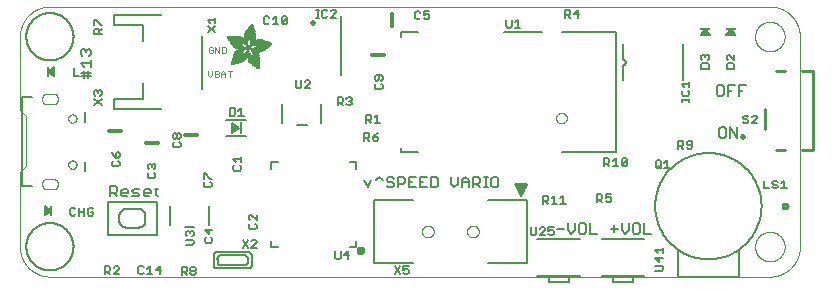
<source format=gto>
G75*
%MOIN*%
%OFA0B0*%
%FSLAX25Y25*%
%IPPOS*%
%LPD*%
%AMOC8*
5,1,8,0,0,1.08239X$1,22.5*
%
%ADD10C,0.00000*%
%ADD11C,0.00500*%
%ADD12C,0.00400*%
%ADD13C,0.00600*%
%ADD14C,0.01200*%
%ADD15R,0.00750X0.03500*%
%ADD16C,0.00800*%
%ADD17R,0.00787X0.03937*%
%ADD18R,0.00200X0.00025*%
%ADD19R,0.00325X0.00025*%
%ADD20R,0.00475X0.00025*%
%ADD21R,0.00550X0.00025*%
%ADD22R,0.00625X0.00025*%
%ADD23R,0.00700X0.00025*%
%ADD24R,0.00775X0.00025*%
%ADD25R,0.00850X0.00025*%
%ADD26R,0.00900X0.00025*%
%ADD27R,0.00950X0.00025*%
%ADD28R,0.01000X0.00025*%
%ADD29R,0.01050X0.00025*%
%ADD30R,0.01100X0.00025*%
%ADD31R,0.01125X0.00025*%
%ADD32R,0.01175X0.00025*%
%ADD33R,0.01225X0.00025*%
%ADD34R,0.01250X0.00025*%
%ADD35R,0.01300X0.00025*%
%ADD36R,0.01325X0.00025*%
%ADD37R,0.01375X0.00025*%
%ADD38R,0.01425X0.00025*%
%ADD39R,0.01450X0.00025*%
%ADD40R,0.01500X0.00025*%
%ADD41R,0.01525X0.00025*%
%ADD42R,0.01550X0.00025*%
%ADD43R,0.01600X0.00025*%
%ADD44R,0.01625X0.00025*%
%ADD45R,0.01650X0.00025*%
%ADD46R,0.01700X0.00025*%
%ADD47R,0.01725X0.00025*%
%ADD48R,0.01775X0.00025*%
%ADD49R,0.01800X0.00025*%
%ADD50R,0.01825X0.00025*%
%ADD51R,0.01875X0.00025*%
%ADD52R,0.01900X0.00025*%
%ADD53R,0.01925X0.00025*%
%ADD54R,0.01975X0.00025*%
%ADD55R,0.02000X0.00025*%
%ADD56R,0.02025X0.00025*%
%ADD57R,0.02075X0.00025*%
%ADD58R,0.02100X0.00025*%
%ADD59R,0.02150X0.00025*%
%ADD60R,0.02175X0.00025*%
%ADD61R,0.02200X0.00025*%
%ADD62R,0.02250X0.00025*%
%ADD63R,0.02275X0.00025*%
%ADD64R,0.02300X0.00025*%
%ADD65R,0.02350X0.00025*%
%ADD66R,0.02375X0.00025*%
%ADD67R,0.02400X0.00025*%
%ADD68R,0.02450X0.00025*%
%ADD69R,0.02475X0.00025*%
%ADD70R,0.02525X0.00025*%
%ADD71R,0.02550X0.00025*%
%ADD72R,0.00250X0.00025*%
%ADD73R,0.02575X0.00025*%
%ADD74R,0.00400X0.00025*%
%ADD75R,0.02625X0.00025*%
%ADD76R,0.00550X0.00025*%
%ADD77R,0.02650X0.00025*%
%ADD78R,0.00650X0.00025*%
%ADD79R,0.02675X0.00025*%
%ADD80R,0.00775X0.00025*%
%ADD81R,0.02725X0.00025*%
%ADD82R,0.00875X0.00025*%
%ADD83R,0.02750X0.00025*%
%ADD84R,0.00975X0.00025*%
%ADD85R,0.02775X0.00025*%
%ADD86R,0.01100X0.00025*%
%ADD87R,0.02825X0.00025*%
%ADD88R,0.01175X0.00025*%
%ADD89R,0.02850X0.00025*%
%ADD90R,0.02900X0.00025*%
%ADD91R,0.01350X0.00025*%
%ADD92R,0.02925X0.00025*%
%ADD93R,0.01475X0.00025*%
%ADD94R,0.02950X0.00025*%
%ADD95R,0.03000X0.00025*%
%ADD96R,0.01625X0.00025*%
%ADD97R,0.03025X0.00025*%
%ADD98R,0.01725X0.00025*%
%ADD99R,0.03050X0.00025*%
%ADD100R,0.01825X0.00025*%
%ADD101R,0.03100X0.00025*%
%ADD102R,0.03125X0.00025*%
%ADD103R,0.01950X0.00025*%
%ADD104R,0.03150X0.00025*%
%ADD105R,0.02050X0.00025*%
%ADD106R,0.03200X0.00025*%
%ADD107R,0.02100X0.00025*%
%ADD108R,0.03225X0.00025*%
%ADD109R,0.02200X0.00025*%
%ADD110R,0.03250X0.00025*%
%ADD111R,0.02275X0.00025*%
%ADD112R,0.03275X0.00025*%
%ADD113R,0.02350X0.00025*%
%ADD114R,0.03325X0.00025*%
%ADD115R,0.02425X0.00025*%
%ADD116R,0.03350X0.00025*%
%ADD117R,0.02500X0.00025*%
%ADD118R,0.03375X0.00025*%
%ADD119R,0.02575X0.00025*%
%ADD120R,0.03400X0.00025*%
%ADD121R,0.02625X0.00025*%
%ADD122R,0.03425X0.00025*%
%ADD123R,0.02700X0.00025*%
%ADD124R,0.03450X0.00025*%
%ADD125R,0.03475X0.00025*%
%ADD126R,0.02850X0.00025*%
%ADD127R,0.03500X0.00025*%
%ADD128R,0.03525X0.00025*%
%ADD129R,0.02975X0.00025*%
%ADD130R,0.03550X0.00025*%
%ADD131R,0.03575X0.00025*%
%ADD132R,0.03125X0.00025*%
%ADD133R,0.03600X0.00025*%
%ADD134R,0.03175X0.00025*%
%ADD135R,0.03625X0.00025*%
%ADD136R,0.03250X0.00025*%
%ADD137R,0.03650X0.00025*%
%ADD138R,0.03675X0.00025*%
%ADD139R,0.03375X0.00025*%
%ADD140R,0.03700X0.00025*%
%ADD141R,0.03425X0.00025*%
%ADD142R,0.03700X0.00025*%
%ADD143R,0.03725X0.00025*%
%ADD144R,0.03750X0.00025*%
%ADD145R,0.03575X0.00025*%
%ADD146R,0.03775X0.00025*%
%ADD147R,0.03800X0.00025*%
%ADD148R,0.03800X0.00025*%
%ADD149R,0.03825X0.00025*%
%ADD150R,0.03750X0.00025*%
%ADD151R,0.03850X0.00025*%
%ADD152R,0.03775X0.00025*%
%ADD153R,0.03875X0.00025*%
%ADD154R,0.03825X0.00025*%
%ADD155R,0.03875X0.00025*%
%ADD156R,0.03900X0.00025*%
%ADD157R,0.03875X0.00025*%
%ADD158R,0.03925X0.00025*%
%ADD159R,0.03925X0.00025*%
%ADD160R,0.03925X0.00025*%
%ADD161R,0.03950X0.00025*%
%ADD162R,0.04000X0.00025*%
%ADD163R,0.03975X0.00025*%
%ADD164R,0.04000X0.00025*%
%ADD165R,0.03975X0.00025*%
%ADD166R,0.04025X0.00025*%
%ADD167R,0.04050X0.00025*%
%ADD168R,0.04075X0.00025*%
%ADD169R,0.04125X0.00025*%
%ADD170R,0.04150X0.00025*%
%ADD171R,0.04050X0.00025*%
%ADD172R,0.04150X0.00025*%
%ADD173R,0.04075X0.00025*%
%ADD174R,0.04175X0.00025*%
%ADD175R,0.04075X0.00025*%
%ADD176R,0.04175X0.00025*%
%ADD177R,0.04100X0.00025*%
%ADD178R,0.04200X0.00025*%
%ADD179R,0.04100X0.00025*%
%ADD180R,0.04250X0.00025*%
%ADD181R,0.04125X0.00025*%
%ADD182R,0.04275X0.00025*%
%ADD183R,0.04125X0.00025*%
%ADD184R,0.04275X0.00025*%
%ADD185R,0.04300X0.00025*%
%ADD186R,0.04275X0.00025*%
%ADD187R,0.04325X0.00025*%
%ADD188R,0.04325X0.00025*%
%ADD189R,0.04175X0.00025*%
%ADD190R,0.04350X0.00025*%
%ADD191R,0.04350X0.00025*%
%ADD192R,0.04200X0.00025*%
%ADD193R,0.04375X0.00025*%
%ADD194R,0.04400X0.00025*%
%ADD195R,0.04400X0.00025*%
%ADD196R,0.04225X0.00025*%
%ADD197R,0.04225X0.00025*%
%ADD198R,0.04425X0.00025*%
%ADD199R,0.04250X0.00025*%
%ADD200R,0.04425X0.00025*%
%ADD201R,0.04450X0.00025*%
%ADD202R,0.04450X0.00025*%
%ADD203R,0.04475X0.00025*%
%ADD204R,0.04475X0.00025*%
%ADD205R,0.04275X0.00025*%
%ADD206R,0.04475X0.00025*%
%ADD207R,0.04475X0.00025*%
%ADD208R,0.04500X0.00025*%
%ADD209R,0.04500X0.00025*%
%ADD210R,0.04525X0.00025*%
%ADD211R,0.04525X0.00025*%
%ADD212R,0.04525X0.00025*%
%ADD213R,0.04525X0.00025*%
%ADD214R,0.04550X0.00025*%
%ADD215R,0.04550X0.00025*%
%ADD216R,0.04175X0.00025*%
%ADD217R,0.08650X0.00025*%
%ADD218R,0.08650X0.00025*%
%ADD219R,0.08600X0.00025*%
%ADD220R,0.08600X0.00025*%
%ADD221R,0.08550X0.00025*%
%ADD222R,0.08550X0.00025*%
%ADD223R,0.06025X0.00025*%
%ADD224R,0.05925X0.00025*%
%ADD225R,0.05875X0.00025*%
%ADD226R,0.05850X0.00025*%
%ADD227R,0.02225X0.00025*%
%ADD228R,0.05800X0.00025*%
%ADD229R,0.02225X0.00025*%
%ADD230R,0.05750X0.00025*%
%ADD231R,0.05725X0.00025*%
%ADD232R,0.02175X0.00025*%
%ADD233R,0.05675X0.00025*%
%ADD234R,0.02150X0.00025*%
%ADD235R,0.05650X0.00025*%
%ADD236R,0.02125X0.00025*%
%ADD237R,0.05625X0.00025*%
%ADD238R,0.05600X0.00025*%
%ADD239R,0.05550X0.00025*%
%ADD240R,0.02075X0.00025*%
%ADD241R,0.05525X0.00025*%
%ADD242R,0.02075X0.00025*%
%ADD243R,0.05475X0.00025*%
%ADD244R,0.05450X0.00025*%
%ADD245R,0.02050X0.00025*%
%ADD246R,0.05450X0.00025*%
%ADD247R,0.02025X0.00025*%
%ADD248R,0.05400X0.00025*%
%ADD249R,0.05375X0.00025*%
%ADD250R,0.02000X0.00025*%
%ADD251R,0.05325X0.00025*%
%ADD252R,0.01975X0.00025*%
%ADD253R,0.02800X0.00025*%
%ADD254R,0.02375X0.00025*%
%ADD255R,0.01975X0.00025*%
%ADD256R,0.02725X0.00025*%
%ADD257R,0.02250X0.00025*%
%ADD258R,0.02675X0.00025*%
%ADD259R,0.01950X0.00025*%
%ADD260R,0.02650X0.00025*%
%ADD261R,0.02625X0.00025*%
%ADD262R,0.01925X0.00025*%
%ADD263R,0.02600X0.00025*%
%ADD264R,0.01900X0.00025*%
%ADD265R,0.01875X0.00025*%
%ADD266R,0.02575X0.00025*%
%ADD267R,0.01850X0.00025*%
%ADD268R,0.01875X0.00025*%
%ADD269R,0.02550X0.00025*%
%ADD270R,0.01800X0.00025*%
%ADD271R,0.01850X0.00025*%
%ADD272R,0.02525X0.00025*%
%ADD273R,0.01750X0.00025*%
%ADD274R,0.01825X0.00025*%
%ADD275R,0.02500X0.00025*%
%ADD276R,0.01825X0.00025*%
%ADD277R,0.01550X0.00025*%
%ADD278R,0.01775X0.00025*%
%ADD279R,0.02475X0.00025*%
%ADD280R,0.01525X0.00025*%
%ADD281R,0.01775X0.00025*%
%ADD282R,0.02475X0.00025*%
%ADD283R,0.01475X0.00025*%
%ADD284R,0.01450X0.00025*%
%ADD285R,0.01725X0.00025*%
%ADD286R,0.02450X0.00025*%
%ADD287R,0.01400X0.00025*%
%ADD288R,0.01700X0.00025*%
%ADD289R,0.01375X0.00025*%
%ADD290R,0.01675X0.00025*%
%ADD291R,0.02425X0.00025*%
%ADD292R,0.01300X0.00025*%
%ADD293R,0.01650X0.00025*%
%ADD294R,0.02425X0.00025*%
%ADD295R,0.01225X0.00025*%
%ADD296R,0.01600X0.00025*%
%ADD297R,0.02425X0.00025*%
%ADD298R,0.01200X0.00025*%
%ADD299R,0.00625X0.00025*%
%ADD300R,0.02400X0.00025*%
%ADD301R,0.01150X0.00025*%
%ADD302R,0.00925X0.00025*%
%ADD303R,0.01525X0.00025*%
%ADD304R,0.01150X0.00025*%
%ADD305R,0.01325X0.00025*%
%ADD306R,0.01025X0.00025*%
%ADD307R,0.02375X0.00025*%
%ADD308R,0.01025X0.00025*%
%ADD309R,0.01425X0.00025*%
%ADD310R,0.01775X0.00025*%
%ADD311R,0.01400X0.00025*%
%ADD312R,0.01350X0.00025*%
%ADD313R,0.02025X0.00025*%
%ADD314R,0.00925X0.00025*%
%ADD315R,0.02125X0.00025*%
%ADD316R,0.02375X0.00025*%
%ADD317R,0.00925X0.00025*%
%ADD318R,0.03625X0.00025*%
%ADD319R,0.03775X0.00025*%
%ADD320R,0.00850X0.00025*%
%ADD321R,0.00825X0.00025*%
%ADD322R,0.00800X0.00025*%
%ADD323R,0.03950X0.00025*%
%ADD324R,0.00800X0.00025*%
%ADD325R,0.00775X0.00025*%
%ADD326R,0.00750X0.00025*%
%ADD327R,0.00750X0.00025*%
%ADD328R,0.00725X0.00025*%
%ADD329R,0.02325X0.00025*%
%ADD330R,0.00725X0.00025*%
%ADD331R,0.02325X0.00025*%
%ADD332R,0.00700X0.00025*%
%ADD333R,0.02300X0.00025*%
%ADD334R,0.04600X0.00025*%
%ADD335R,0.00675X0.00025*%
%ADD336R,0.04675X0.00025*%
%ADD337R,0.04725X0.00025*%
%ADD338R,0.02275X0.00025*%
%ADD339R,0.04775X0.00025*%
%ADD340R,0.04850X0.00025*%
%ADD341R,0.04925X0.00025*%
%ADD342R,0.02225X0.00025*%
%ADD343R,0.00725X0.00025*%
%ADD344R,0.04975X0.00025*%
%ADD345R,0.02225X0.00025*%
%ADD346R,0.05075X0.00025*%
%ADD347R,0.05175X0.00025*%
%ADD348R,0.02175X0.00025*%
%ADD349R,0.06175X0.00025*%
%ADD350R,0.02175X0.00025*%
%ADD351R,0.06225X0.00025*%
%ADD352R,0.06275X0.00025*%
%ADD353R,0.06325X0.00025*%
%ADD354R,0.06375X0.00025*%
%ADD355R,0.02025X0.00025*%
%ADD356R,0.06450X0.00025*%
%ADD357R,0.06525X0.00025*%
%ADD358R,0.08700X0.00025*%
%ADD359R,0.09550X0.00025*%
%ADD360R,0.09725X0.00025*%
%ADD361R,0.09850X0.00025*%
%ADD362R,0.09975X0.00025*%
%ADD363R,0.10075X0.00025*%
%ADD364R,0.10175X0.00025*%
%ADD365R,0.10275X0.00025*%
%ADD366R,0.10350X0.00025*%
%ADD367R,0.10475X0.00025*%
%ADD368R,0.10525X0.00025*%
%ADD369R,0.05600X0.00025*%
%ADD370R,0.04725X0.00025*%
%ADD371R,0.05375X0.00025*%
%ADD372R,0.05375X0.00025*%
%ADD373R,0.05325X0.00025*%
%ADD374R,0.04325X0.00025*%
%ADD375R,0.05350X0.00025*%
%ADD376R,0.05325X0.00025*%
%ADD377R,0.05350X0.00025*%
%ADD378R,0.05400X0.00025*%
%ADD379R,0.05425X0.00025*%
%ADD380R,0.05500X0.00025*%
%ADD381R,0.05525X0.00025*%
%ADD382R,0.03600X0.00025*%
%ADD383R,0.03450X0.00025*%
%ADD384R,0.01475X0.00025*%
%ADD385R,0.04225X0.00025*%
%ADD386R,0.01475X0.00025*%
%ADD387R,0.03325X0.00025*%
%ADD388R,0.03325X0.00025*%
%ADD389R,0.03275X0.00025*%
%ADD390R,0.04300X0.00025*%
%ADD391R,0.01575X0.00025*%
%ADD392R,0.03225X0.00025*%
%ADD393R,0.04375X0.00025*%
%ADD394R,0.03200X0.00025*%
%ADD395R,0.03150X0.00025*%
%ADD396R,0.01875X0.00025*%
%ADD397R,0.04650X0.00025*%
%ADD398R,0.01975X0.00025*%
%ADD399R,0.04700X0.00025*%
%ADD400R,0.03075X0.00025*%
%ADD401R,0.04875X0.00025*%
%ADD402R,0.03075X0.00025*%
%ADD403R,0.04950X0.00025*%
%ADD404R,0.05100X0.00025*%
%ADD405R,0.05250X0.00025*%
%ADD406R,0.03050X0.00025*%
%ADD407R,0.07350X0.00025*%
%ADD408R,0.00825X0.00025*%
%ADD409R,0.07350X0.00025*%
%ADD410R,0.03025X0.00025*%
%ADD411R,0.00825X0.00025*%
%ADD412R,0.07325X0.00025*%
%ADD413R,0.03000X0.00025*%
%ADD414R,0.03025X0.00025*%
%ADD415R,0.07325X0.00025*%
%ADD416R,0.07325X0.00025*%
%ADD417R,0.00875X0.00025*%
%ADD418R,0.07300X0.00025*%
%ADD419R,0.00925X0.00025*%
%ADD420R,0.07300X0.00025*%
%ADD421R,0.03025X0.00025*%
%ADD422R,0.01025X0.00025*%
%ADD423R,0.07275X0.00025*%
%ADD424R,0.01050X0.00025*%
%ADD425R,0.07275X0.00025*%
%ADD426R,0.01075X0.00025*%
%ADD427R,0.07250X0.00025*%
%ADD428R,0.01125X0.00025*%
%ADD429R,0.07250X0.00025*%
%ADD430R,0.01175X0.00025*%
%ADD431R,0.07225X0.00025*%
%ADD432R,0.03075X0.00025*%
%ADD433R,0.01200X0.00025*%
%ADD434R,0.07225X0.00025*%
%ADD435R,0.01250X0.00025*%
%ADD436R,0.07200X0.00025*%
%ADD437R,0.03100X0.00025*%
%ADD438R,0.01275X0.00025*%
%ADD439R,0.07200X0.00025*%
%ADD440R,0.03125X0.00025*%
%ADD441R,0.07175X0.00025*%
%ADD442R,0.03175X0.00025*%
%ADD443R,0.07175X0.00025*%
%ADD444R,0.07150X0.00025*%
%ADD445R,0.03225X0.00025*%
%ADD446R,0.01525X0.00025*%
%ADD447R,0.07150X0.00025*%
%ADD448R,0.07125X0.00025*%
%ADD449R,0.07100X0.00025*%
%ADD450R,0.07075X0.00025*%
%ADD451R,0.03550X0.00025*%
%ADD452R,0.07075X0.00025*%
%ADD453R,0.05675X0.00025*%
%ADD454R,0.07050X0.00025*%
%ADD455R,0.05700X0.00025*%
%ADD456R,0.07025X0.00025*%
%ADD457R,0.05700X0.00025*%
%ADD458R,0.07025X0.00025*%
%ADD459R,0.05725X0.00025*%
%ADD460R,0.06975X0.00025*%
%ADD461R,0.05750X0.00025*%
%ADD462R,0.06925X0.00025*%
%ADD463R,0.05775X0.00025*%
%ADD464R,0.06900X0.00025*%
%ADD465R,0.05775X0.00025*%
%ADD466R,0.06850X0.00025*%
%ADD467R,0.05800X0.00025*%
%ADD468R,0.06800X0.00025*%
%ADD469R,0.05825X0.00025*%
%ADD470R,0.06750X0.00025*%
%ADD471R,0.06675X0.00025*%
%ADD472R,0.05850X0.00025*%
%ADD473R,0.06625X0.00025*%
%ADD474R,0.05875X0.00025*%
%ADD475R,0.06550X0.00025*%
%ADD476R,0.05900X0.00025*%
%ADD477R,0.06475X0.00025*%
%ADD478R,0.05900X0.00025*%
%ADD479R,0.06375X0.00025*%
%ADD480R,0.05950X0.00025*%
%ADD481R,0.06300X0.00025*%
%ADD482R,0.05975X0.00025*%
%ADD483R,0.06200X0.00025*%
%ADD484R,0.06000X0.00025*%
%ADD485R,0.06125X0.00025*%
%ADD486R,0.06000X0.00025*%
%ADD487R,0.06050X0.00025*%
%ADD488R,0.06025X0.00025*%
%ADD489R,0.05975X0.00025*%
%ADD490R,0.05875X0.00025*%
%ADD491R,0.06100X0.00025*%
%ADD492R,0.05825X0.00025*%
%ADD493R,0.06100X0.00025*%
%ADD494R,0.06125X0.00025*%
%ADD495R,0.06150X0.00025*%
%ADD496R,0.01275X0.00025*%
%ADD497R,0.06175X0.00025*%
%ADD498R,0.01325X0.00025*%
%ADD499R,0.06250X0.00025*%
%ADD500R,0.03825X0.00025*%
%ADD501R,0.01375X0.00025*%
%ADD502R,0.06300X0.00025*%
%ADD503R,0.03625X0.00025*%
%ADD504R,0.03475X0.00025*%
%ADD505R,0.06350X0.00025*%
%ADD506R,0.01425X0.00025*%
%ADD507R,0.06400X0.00025*%
%ADD508R,0.06400X0.00025*%
%ADD509R,0.06475X0.00025*%
%ADD510R,0.02900X0.00025*%
%ADD511R,0.02825X0.00025*%
%ADD512R,0.06525X0.00025*%
%ADD513R,0.02675X0.00025*%
%ADD514R,0.06550X0.00025*%
%ADD515R,0.01575X0.00025*%
%ADD516R,0.06600X0.00025*%
%ADD517R,0.06600X0.00025*%
%ADD518R,0.01675X0.00025*%
%ADD519R,0.05325X0.00025*%
%ADD520R,0.01750X0.00025*%
%ADD521R,0.01425X0.00025*%
%ADD522R,0.00350X0.00025*%
%ADD523R,0.03975X0.00025*%
%ADD524R,0.03975X0.00025*%
%ADD525R,0.04025X0.00025*%
%ADD526R,0.05300X0.00025*%
%ADD527R,0.05300X0.00025*%
%ADD528R,0.05275X0.00025*%
%ADD529R,0.04075X0.00025*%
%ADD530R,0.05275X0.00025*%
%ADD531R,0.05250X0.00025*%
%ADD532R,0.05225X0.00025*%
%ADD533R,0.05200X0.00025*%
%ADD534R,0.05175X0.00025*%
%ADD535R,0.05175X0.00025*%
%ADD536R,0.05125X0.00025*%
%ADD537R,0.05100X0.00025*%
%ADD538R,0.05075X0.00025*%
%ADD539R,0.05025X0.00025*%
%ADD540R,0.04925X0.00025*%
%ADD541R,0.04900X0.00025*%
%ADD542R,0.04850X0.00025*%
%ADD543R,0.04775X0.00025*%
%ADD544R,0.04725X0.00025*%
%ADD545R,0.04675X0.00025*%
%ADD546R,0.04600X0.00025*%
%ADD547R,0.04125X0.00025*%
%ADD548R,0.03850X0.00025*%
%ADD549R,0.03725X0.00025*%
%ADD550R,0.03675X0.00025*%
%ADD551R,0.03525X0.00025*%
%ADD552R,0.03475X0.00025*%
%ADD553R,0.03400X0.00025*%
%ADD554R,0.03375X0.00025*%
%ADD555R,0.03350X0.00025*%
%ADD556R,0.03300X0.00025*%
%ADD557R,0.03175X0.00025*%
%ADD558R,0.02825X0.00025*%
%ADD559R,0.02800X0.00025*%
%ADD560R,0.02525X0.00025*%
%ADD561R,0.02525X0.00025*%
%ADD562R,0.02475X0.00025*%
%ADD563R,0.02325X0.00025*%
%ADD564R,0.02125X0.00025*%
%ADD565R,0.01125X0.00025*%
%ADD566R,0.00875X0.00025*%
%ADD567R,0.00675X0.00025*%
%ADD568R,0.00600X0.00025*%
%ADD569R,0.00525X0.00025*%
%ADD570C,0.01600*%
%ADD571R,0.03500X0.00750*%
%ADD572C,0.00787*%
%ADD573C,0.01969*%
%ADD574C,0.01000*%
D10*
X0049095Y0045933D02*
X0289095Y0045933D01*
X0284174Y0055933D02*
X0284176Y0056073D01*
X0284182Y0056213D01*
X0284192Y0056352D01*
X0284206Y0056491D01*
X0284224Y0056630D01*
X0284245Y0056768D01*
X0284271Y0056906D01*
X0284301Y0057043D01*
X0284334Y0057178D01*
X0284372Y0057313D01*
X0284413Y0057447D01*
X0284458Y0057580D01*
X0284506Y0057711D01*
X0284559Y0057840D01*
X0284615Y0057969D01*
X0284674Y0058095D01*
X0284738Y0058220D01*
X0284804Y0058343D01*
X0284875Y0058464D01*
X0284948Y0058583D01*
X0285025Y0058700D01*
X0285106Y0058814D01*
X0285189Y0058926D01*
X0285276Y0059036D01*
X0285366Y0059144D01*
X0285458Y0059248D01*
X0285554Y0059350D01*
X0285653Y0059450D01*
X0285754Y0059546D01*
X0285858Y0059640D01*
X0285965Y0059730D01*
X0286074Y0059817D01*
X0286186Y0059902D01*
X0286300Y0059983D01*
X0286416Y0060061D01*
X0286534Y0060135D01*
X0286655Y0060206D01*
X0286777Y0060274D01*
X0286902Y0060338D01*
X0287028Y0060399D01*
X0287155Y0060456D01*
X0287285Y0060509D01*
X0287416Y0060559D01*
X0287548Y0060604D01*
X0287681Y0060647D01*
X0287816Y0060685D01*
X0287951Y0060719D01*
X0288088Y0060750D01*
X0288225Y0060777D01*
X0288363Y0060799D01*
X0288502Y0060818D01*
X0288641Y0060833D01*
X0288780Y0060844D01*
X0288920Y0060851D01*
X0289060Y0060854D01*
X0289200Y0060853D01*
X0289340Y0060848D01*
X0289479Y0060839D01*
X0289619Y0060826D01*
X0289758Y0060809D01*
X0289896Y0060788D01*
X0290034Y0060764D01*
X0290171Y0060735D01*
X0290307Y0060703D01*
X0290442Y0060666D01*
X0290576Y0060626D01*
X0290709Y0060582D01*
X0290840Y0060534D01*
X0290970Y0060483D01*
X0291099Y0060428D01*
X0291226Y0060369D01*
X0291351Y0060306D01*
X0291474Y0060241D01*
X0291596Y0060171D01*
X0291715Y0060098D01*
X0291833Y0060022D01*
X0291948Y0059943D01*
X0292061Y0059860D01*
X0292171Y0059774D01*
X0292279Y0059685D01*
X0292384Y0059593D01*
X0292487Y0059498D01*
X0292587Y0059400D01*
X0292684Y0059300D01*
X0292778Y0059196D01*
X0292870Y0059090D01*
X0292958Y0058982D01*
X0293043Y0058871D01*
X0293125Y0058757D01*
X0293204Y0058641D01*
X0293279Y0058524D01*
X0293351Y0058404D01*
X0293419Y0058282D01*
X0293484Y0058158D01*
X0293546Y0058032D01*
X0293604Y0057905D01*
X0293658Y0057776D01*
X0293709Y0057645D01*
X0293755Y0057513D01*
X0293798Y0057380D01*
X0293838Y0057246D01*
X0293873Y0057111D01*
X0293905Y0056974D01*
X0293932Y0056837D01*
X0293956Y0056699D01*
X0293976Y0056561D01*
X0293992Y0056422D01*
X0294004Y0056282D01*
X0294012Y0056143D01*
X0294016Y0056003D01*
X0294016Y0055863D01*
X0294012Y0055723D01*
X0294004Y0055584D01*
X0293992Y0055444D01*
X0293976Y0055305D01*
X0293956Y0055167D01*
X0293932Y0055029D01*
X0293905Y0054892D01*
X0293873Y0054755D01*
X0293838Y0054620D01*
X0293798Y0054486D01*
X0293755Y0054353D01*
X0293709Y0054221D01*
X0293658Y0054090D01*
X0293604Y0053961D01*
X0293546Y0053834D01*
X0293484Y0053708D01*
X0293419Y0053584D01*
X0293351Y0053462D01*
X0293279Y0053342D01*
X0293204Y0053225D01*
X0293125Y0053109D01*
X0293043Y0052995D01*
X0292958Y0052884D01*
X0292870Y0052776D01*
X0292778Y0052670D01*
X0292684Y0052566D01*
X0292587Y0052466D01*
X0292487Y0052368D01*
X0292384Y0052273D01*
X0292279Y0052181D01*
X0292171Y0052092D01*
X0292061Y0052006D01*
X0291948Y0051923D01*
X0291833Y0051844D01*
X0291715Y0051768D01*
X0291596Y0051695D01*
X0291474Y0051625D01*
X0291351Y0051560D01*
X0291226Y0051497D01*
X0291099Y0051438D01*
X0290970Y0051383D01*
X0290840Y0051332D01*
X0290709Y0051284D01*
X0290576Y0051240D01*
X0290442Y0051200D01*
X0290307Y0051163D01*
X0290171Y0051131D01*
X0290034Y0051102D01*
X0289896Y0051078D01*
X0289758Y0051057D01*
X0289619Y0051040D01*
X0289479Y0051027D01*
X0289340Y0051018D01*
X0289200Y0051013D01*
X0289060Y0051012D01*
X0288920Y0051015D01*
X0288780Y0051022D01*
X0288641Y0051033D01*
X0288502Y0051048D01*
X0288363Y0051067D01*
X0288225Y0051089D01*
X0288088Y0051116D01*
X0287951Y0051147D01*
X0287816Y0051181D01*
X0287681Y0051219D01*
X0287548Y0051262D01*
X0287416Y0051307D01*
X0287285Y0051357D01*
X0287155Y0051410D01*
X0287028Y0051467D01*
X0286902Y0051528D01*
X0286777Y0051592D01*
X0286655Y0051660D01*
X0286534Y0051731D01*
X0286416Y0051805D01*
X0286300Y0051883D01*
X0286186Y0051964D01*
X0286074Y0052049D01*
X0285965Y0052136D01*
X0285858Y0052226D01*
X0285754Y0052320D01*
X0285653Y0052416D01*
X0285554Y0052516D01*
X0285458Y0052618D01*
X0285366Y0052722D01*
X0285276Y0052830D01*
X0285189Y0052940D01*
X0285106Y0053052D01*
X0285025Y0053166D01*
X0284948Y0053283D01*
X0284875Y0053402D01*
X0284804Y0053523D01*
X0284738Y0053646D01*
X0284674Y0053771D01*
X0284615Y0053897D01*
X0284559Y0054026D01*
X0284506Y0054155D01*
X0284458Y0054286D01*
X0284413Y0054419D01*
X0284372Y0054553D01*
X0284334Y0054688D01*
X0284301Y0054823D01*
X0284271Y0054960D01*
X0284245Y0055098D01*
X0284224Y0055236D01*
X0284206Y0055375D01*
X0284192Y0055514D01*
X0284182Y0055653D01*
X0284176Y0055793D01*
X0284174Y0055933D01*
X0289095Y0045933D02*
X0289337Y0045936D01*
X0289578Y0045945D01*
X0289819Y0045959D01*
X0290060Y0045980D01*
X0290300Y0046006D01*
X0290540Y0046038D01*
X0290779Y0046076D01*
X0291016Y0046119D01*
X0291253Y0046169D01*
X0291488Y0046224D01*
X0291722Y0046284D01*
X0291954Y0046351D01*
X0292185Y0046422D01*
X0292414Y0046500D01*
X0292641Y0046583D01*
X0292866Y0046671D01*
X0293089Y0046765D01*
X0293309Y0046864D01*
X0293527Y0046969D01*
X0293742Y0047078D01*
X0293955Y0047193D01*
X0294165Y0047313D01*
X0294371Y0047438D01*
X0294575Y0047568D01*
X0294776Y0047703D01*
X0294973Y0047843D01*
X0295167Y0047987D01*
X0295357Y0048136D01*
X0295543Y0048290D01*
X0295726Y0048448D01*
X0295905Y0048610D01*
X0296080Y0048777D01*
X0296251Y0048948D01*
X0296418Y0049123D01*
X0296580Y0049302D01*
X0296738Y0049485D01*
X0296892Y0049671D01*
X0297041Y0049861D01*
X0297185Y0050055D01*
X0297325Y0050252D01*
X0297460Y0050453D01*
X0297590Y0050657D01*
X0297715Y0050863D01*
X0297835Y0051073D01*
X0297950Y0051286D01*
X0298059Y0051501D01*
X0298164Y0051719D01*
X0298263Y0051939D01*
X0298357Y0052162D01*
X0298445Y0052387D01*
X0298528Y0052614D01*
X0298606Y0052843D01*
X0298677Y0053074D01*
X0298744Y0053306D01*
X0298804Y0053540D01*
X0298859Y0053775D01*
X0298909Y0054012D01*
X0298952Y0054249D01*
X0298990Y0054488D01*
X0299022Y0054728D01*
X0299048Y0054968D01*
X0299069Y0055209D01*
X0299083Y0055450D01*
X0299092Y0055691D01*
X0299095Y0055933D01*
X0299095Y0125933D01*
X0284174Y0125933D02*
X0284176Y0126073D01*
X0284182Y0126213D01*
X0284192Y0126352D01*
X0284206Y0126491D01*
X0284224Y0126630D01*
X0284245Y0126768D01*
X0284271Y0126906D01*
X0284301Y0127043D01*
X0284334Y0127178D01*
X0284372Y0127313D01*
X0284413Y0127447D01*
X0284458Y0127580D01*
X0284506Y0127711D01*
X0284559Y0127840D01*
X0284615Y0127969D01*
X0284674Y0128095D01*
X0284738Y0128220D01*
X0284804Y0128343D01*
X0284875Y0128464D01*
X0284948Y0128583D01*
X0285025Y0128700D01*
X0285106Y0128814D01*
X0285189Y0128926D01*
X0285276Y0129036D01*
X0285366Y0129144D01*
X0285458Y0129248D01*
X0285554Y0129350D01*
X0285653Y0129450D01*
X0285754Y0129546D01*
X0285858Y0129640D01*
X0285965Y0129730D01*
X0286074Y0129817D01*
X0286186Y0129902D01*
X0286300Y0129983D01*
X0286416Y0130061D01*
X0286534Y0130135D01*
X0286655Y0130206D01*
X0286777Y0130274D01*
X0286902Y0130338D01*
X0287028Y0130399D01*
X0287155Y0130456D01*
X0287285Y0130509D01*
X0287416Y0130559D01*
X0287548Y0130604D01*
X0287681Y0130647D01*
X0287816Y0130685D01*
X0287951Y0130719D01*
X0288088Y0130750D01*
X0288225Y0130777D01*
X0288363Y0130799D01*
X0288502Y0130818D01*
X0288641Y0130833D01*
X0288780Y0130844D01*
X0288920Y0130851D01*
X0289060Y0130854D01*
X0289200Y0130853D01*
X0289340Y0130848D01*
X0289479Y0130839D01*
X0289619Y0130826D01*
X0289758Y0130809D01*
X0289896Y0130788D01*
X0290034Y0130764D01*
X0290171Y0130735D01*
X0290307Y0130703D01*
X0290442Y0130666D01*
X0290576Y0130626D01*
X0290709Y0130582D01*
X0290840Y0130534D01*
X0290970Y0130483D01*
X0291099Y0130428D01*
X0291226Y0130369D01*
X0291351Y0130306D01*
X0291474Y0130241D01*
X0291596Y0130171D01*
X0291715Y0130098D01*
X0291833Y0130022D01*
X0291948Y0129943D01*
X0292061Y0129860D01*
X0292171Y0129774D01*
X0292279Y0129685D01*
X0292384Y0129593D01*
X0292487Y0129498D01*
X0292587Y0129400D01*
X0292684Y0129300D01*
X0292778Y0129196D01*
X0292870Y0129090D01*
X0292958Y0128982D01*
X0293043Y0128871D01*
X0293125Y0128757D01*
X0293204Y0128641D01*
X0293279Y0128524D01*
X0293351Y0128404D01*
X0293419Y0128282D01*
X0293484Y0128158D01*
X0293546Y0128032D01*
X0293604Y0127905D01*
X0293658Y0127776D01*
X0293709Y0127645D01*
X0293755Y0127513D01*
X0293798Y0127380D01*
X0293838Y0127246D01*
X0293873Y0127111D01*
X0293905Y0126974D01*
X0293932Y0126837D01*
X0293956Y0126699D01*
X0293976Y0126561D01*
X0293992Y0126422D01*
X0294004Y0126282D01*
X0294012Y0126143D01*
X0294016Y0126003D01*
X0294016Y0125863D01*
X0294012Y0125723D01*
X0294004Y0125584D01*
X0293992Y0125444D01*
X0293976Y0125305D01*
X0293956Y0125167D01*
X0293932Y0125029D01*
X0293905Y0124892D01*
X0293873Y0124755D01*
X0293838Y0124620D01*
X0293798Y0124486D01*
X0293755Y0124353D01*
X0293709Y0124221D01*
X0293658Y0124090D01*
X0293604Y0123961D01*
X0293546Y0123834D01*
X0293484Y0123708D01*
X0293419Y0123584D01*
X0293351Y0123462D01*
X0293279Y0123342D01*
X0293204Y0123225D01*
X0293125Y0123109D01*
X0293043Y0122995D01*
X0292958Y0122884D01*
X0292870Y0122776D01*
X0292778Y0122670D01*
X0292684Y0122566D01*
X0292587Y0122466D01*
X0292487Y0122368D01*
X0292384Y0122273D01*
X0292279Y0122181D01*
X0292171Y0122092D01*
X0292061Y0122006D01*
X0291948Y0121923D01*
X0291833Y0121844D01*
X0291715Y0121768D01*
X0291596Y0121695D01*
X0291474Y0121625D01*
X0291351Y0121560D01*
X0291226Y0121497D01*
X0291099Y0121438D01*
X0290970Y0121383D01*
X0290840Y0121332D01*
X0290709Y0121284D01*
X0290576Y0121240D01*
X0290442Y0121200D01*
X0290307Y0121163D01*
X0290171Y0121131D01*
X0290034Y0121102D01*
X0289896Y0121078D01*
X0289758Y0121057D01*
X0289619Y0121040D01*
X0289479Y0121027D01*
X0289340Y0121018D01*
X0289200Y0121013D01*
X0289060Y0121012D01*
X0288920Y0121015D01*
X0288780Y0121022D01*
X0288641Y0121033D01*
X0288502Y0121048D01*
X0288363Y0121067D01*
X0288225Y0121089D01*
X0288088Y0121116D01*
X0287951Y0121147D01*
X0287816Y0121181D01*
X0287681Y0121219D01*
X0287548Y0121262D01*
X0287416Y0121307D01*
X0287285Y0121357D01*
X0287155Y0121410D01*
X0287028Y0121467D01*
X0286902Y0121528D01*
X0286777Y0121592D01*
X0286655Y0121660D01*
X0286534Y0121731D01*
X0286416Y0121805D01*
X0286300Y0121883D01*
X0286186Y0121964D01*
X0286074Y0122049D01*
X0285965Y0122136D01*
X0285858Y0122226D01*
X0285754Y0122320D01*
X0285653Y0122416D01*
X0285554Y0122516D01*
X0285458Y0122618D01*
X0285366Y0122722D01*
X0285276Y0122830D01*
X0285189Y0122940D01*
X0285106Y0123052D01*
X0285025Y0123166D01*
X0284948Y0123283D01*
X0284875Y0123402D01*
X0284804Y0123523D01*
X0284738Y0123646D01*
X0284674Y0123771D01*
X0284615Y0123897D01*
X0284559Y0124026D01*
X0284506Y0124155D01*
X0284458Y0124286D01*
X0284413Y0124419D01*
X0284372Y0124553D01*
X0284334Y0124688D01*
X0284301Y0124823D01*
X0284271Y0124960D01*
X0284245Y0125098D01*
X0284224Y0125236D01*
X0284206Y0125375D01*
X0284192Y0125514D01*
X0284182Y0125653D01*
X0284176Y0125793D01*
X0284174Y0125933D01*
X0289095Y0135933D02*
X0289337Y0135930D01*
X0289578Y0135921D01*
X0289819Y0135907D01*
X0290060Y0135886D01*
X0290300Y0135860D01*
X0290540Y0135828D01*
X0290779Y0135790D01*
X0291016Y0135747D01*
X0291253Y0135697D01*
X0291488Y0135642D01*
X0291722Y0135582D01*
X0291954Y0135515D01*
X0292185Y0135444D01*
X0292414Y0135366D01*
X0292641Y0135283D01*
X0292866Y0135195D01*
X0293089Y0135101D01*
X0293309Y0135002D01*
X0293527Y0134897D01*
X0293742Y0134788D01*
X0293955Y0134673D01*
X0294165Y0134553D01*
X0294371Y0134428D01*
X0294575Y0134298D01*
X0294776Y0134163D01*
X0294973Y0134023D01*
X0295167Y0133879D01*
X0295357Y0133730D01*
X0295543Y0133576D01*
X0295726Y0133418D01*
X0295905Y0133256D01*
X0296080Y0133089D01*
X0296251Y0132918D01*
X0296418Y0132743D01*
X0296580Y0132564D01*
X0296738Y0132381D01*
X0296892Y0132195D01*
X0297041Y0132005D01*
X0297185Y0131811D01*
X0297325Y0131614D01*
X0297460Y0131413D01*
X0297590Y0131209D01*
X0297715Y0131003D01*
X0297835Y0130793D01*
X0297950Y0130580D01*
X0298059Y0130365D01*
X0298164Y0130147D01*
X0298263Y0129927D01*
X0298357Y0129704D01*
X0298445Y0129479D01*
X0298528Y0129252D01*
X0298606Y0129023D01*
X0298677Y0128792D01*
X0298744Y0128560D01*
X0298804Y0128326D01*
X0298859Y0128091D01*
X0298909Y0127854D01*
X0298952Y0127617D01*
X0298990Y0127378D01*
X0299022Y0127138D01*
X0299048Y0126898D01*
X0299069Y0126657D01*
X0299083Y0126416D01*
X0299092Y0126175D01*
X0299095Y0125933D01*
X0289095Y0135933D02*
X0049095Y0135933D01*
X0048853Y0135930D01*
X0048612Y0135921D01*
X0048371Y0135907D01*
X0048130Y0135886D01*
X0047890Y0135860D01*
X0047650Y0135828D01*
X0047411Y0135790D01*
X0047174Y0135747D01*
X0046937Y0135697D01*
X0046702Y0135642D01*
X0046468Y0135582D01*
X0046236Y0135515D01*
X0046005Y0135444D01*
X0045776Y0135366D01*
X0045549Y0135283D01*
X0045324Y0135195D01*
X0045101Y0135101D01*
X0044881Y0135002D01*
X0044663Y0134897D01*
X0044448Y0134788D01*
X0044235Y0134673D01*
X0044025Y0134553D01*
X0043819Y0134428D01*
X0043615Y0134298D01*
X0043414Y0134163D01*
X0043217Y0134023D01*
X0043023Y0133879D01*
X0042833Y0133730D01*
X0042647Y0133576D01*
X0042464Y0133418D01*
X0042285Y0133256D01*
X0042110Y0133089D01*
X0041939Y0132918D01*
X0041772Y0132743D01*
X0041610Y0132564D01*
X0041452Y0132381D01*
X0041298Y0132195D01*
X0041149Y0132005D01*
X0041005Y0131811D01*
X0040865Y0131614D01*
X0040730Y0131413D01*
X0040600Y0131209D01*
X0040475Y0131003D01*
X0040355Y0130793D01*
X0040240Y0130580D01*
X0040131Y0130365D01*
X0040026Y0130147D01*
X0039927Y0129927D01*
X0039833Y0129704D01*
X0039745Y0129479D01*
X0039662Y0129252D01*
X0039584Y0129023D01*
X0039513Y0128792D01*
X0039446Y0128560D01*
X0039386Y0128326D01*
X0039331Y0128091D01*
X0039281Y0127854D01*
X0039238Y0127617D01*
X0039200Y0127378D01*
X0039168Y0127138D01*
X0039142Y0126898D01*
X0039121Y0126657D01*
X0039107Y0126416D01*
X0039098Y0126175D01*
X0039095Y0125933D01*
X0039095Y0101433D01*
X0041095Y0099433D01*
X0041095Y0082933D01*
X0039095Y0080933D01*
X0039095Y0055933D01*
X0039098Y0055691D01*
X0039107Y0055450D01*
X0039121Y0055209D01*
X0039142Y0054968D01*
X0039168Y0054728D01*
X0039200Y0054488D01*
X0039238Y0054249D01*
X0039281Y0054012D01*
X0039331Y0053775D01*
X0039386Y0053540D01*
X0039446Y0053306D01*
X0039513Y0053074D01*
X0039584Y0052843D01*
X0039662Y0052614D01*
X0039745Y0052387D01*
X0039833Y0052162D01*
X0039927Y0051939D01*
X0040026Y0051719D01*
X0040131Y0051501D01*
X0040240Y0051286D01*
X0040355Y0051073D01*
X0040475Y0050863D01*
X0040600Y0050657D01*
X0040730Y0050453D01*
X0040865Y0050252D01*
X0041005Y0050055D01*
X0041149Y0049861D01*
X0041298Y0049671D01*
X0041452Y0049485D01*
X0041610Y0049302D01*
X0041772Y0049123D01*
X0041939Y0048948D01*
X0042110Y0048777D01*
X0042285Y0048610D01*
X0042464Y0048448D01*
X0042647Y0048290D01*
X0042833Y0048136D01*
X0043023Y0047987D01*
X0043217Y0047843D01*
X0043414Y0047703D01*
X0043615Y0047568D01*
X0043819Y0047438D01*
X0044025Y0047313D01*
X0044235Y0047193D01*
X0044448Y0047078D01*
X0044663Y0046969D01*
X0044881Y0046864D01*
X0045101Y0046765D01*
X0045324Y0046671D01*
X0045549Y0046583D01*
X0045776Y0046500D01*
X0046005Y0046422D01*
X0046236Y0046351D01*
X0046468Y0046284D01*
X0046702Y0046224D01*
X0046937Y0046169D01*
X0047174Y0046119D01*
X0047411Y0046076D01*
X0047650Y0046038D01*
X0047890Y0046006D01*
X0048130Y0045980D01*
X0048371Y0045959D01*
X0048612Y0045945D01*
X0048853Y0045936D01*
X0049095Y0045933D01*
X0047934Y0074988D02*
X0050296Y0074988D01*
X0050373Y0075000D01*
X0050449Y0075015D01*
X0050525Y0075034D01*
X0050599Y0075057D01*
X0050673Y0075083D01*
X0050744Y0075113D01*
X0050815Y0075147D01*
X0050883Y0075183D01*
X0050950Y0075224D01*
X0051015Y0075267D01*
X0051077Y0075313D01*
X0051138Y0075363D01*
X0051195Y0075415D01*
X0051250Y0075471D01*
X0051302Y0075528D01*
X0051352Y0075589D01*
X0051398Y0075651D01*
X0051441Y0075716D01*
X0051481Y0075783D01*
X0051518Y0075852D01*
X0051551Y0075922D01*
X0051581Y0075994D01*
X0051607Y0076068D01*
X0051629Y0076142D01*
X0051648Y0076218D01*
X0051663Y0076294D01*
X0051674Y0076371D01*
X0051682Y0076449D01*
X0051686Y0076527D01*
X0051685Y0076605D01*
X0051682Y0076682D01*
X0051674Y0076760D01*
X0051682Y0076838D01*
X0051685Y0076915D01*
X0051686Y0076993D01*
X0051682Y0077071D01*
X0051674Y0077149D01*
X0051663Y0077226D01*
X0051648Y0077302D01*
X0051629Y0077378D01*
X0051607Y0077452D01*
X0051581Y0077526D01*
X0051551Y0077598D01*
X0051518Y0077668D01*
X0051481Y0077737D01*
X0051441Y0077804D01*
X0051398Y0077869D01*
X0051352Y0077931D01*
X0051302Y0077992D01*
X0051250Y0078049D01*
X0051195Y0078105D01*
X0051138Y0078157D01*
X0051077Y0078207D01*
X0051015Y0078253D01*
X0050950Y0078296D01*
X0050883Y0078337D01*
X0050815Y0078373D01*
X0050744Y0078407D01*
X0050673Y0078437D01*
X0050599Y0078463D01*
X0050525Y0078486D01*
X0050449Y0078505D01*
X0050373Y0078520D01*
X0050296Y0078532D01*
X0050296Y0078531D02*
X0047934Y0078531D01*
X0047934Y0078532D02*
X0047857Y0078520D01*
X0047781Y0078505D01*
X0047705Y0078486D01*
X0047631Y0078463D01*
X0047557Y0078437D01*
X0047486Y0078407D01*
X0047415Y0078373D01*
X0047347Y0078337D01*
X0047280Y0078296D01*
X0047215Y0078253D01*
X0047153Y0078207D01*
X0047092Y0078157D01*
X0047035Y0078105D01*
X0046980Y0078049D01*
X0046928Y0077992D01*
X0046878Y0077931D01*
X0046832Y0077869D01*
X0046789Y0077804D01*
X0046749Y0077737D01*
X0046712Y0077668D01*
X0046679Y0077598D01*
X0046649Y0077526D01*
X0046623Y0077452D01*
X0046601Y0077378D01*
X0046582Y0077302D01*
X0046567Y0077226D01*
X0046556Y0077149D01*
X0046548Y0077071D01*
X0046544Y0076993D01*
X0046545Y0076915D01*
X0046548Y0076838D01*
X0046556Y0076760D01*
X0046548Y0076682D01*
X0046545Y0076605D01*
X0046544Y0076527D01*
X0046548Y0076449D01*
X0046556Y0076371D01*
X0046567Y0076294D01*
X0046582Y0076218D01*
X0046601Y0076142D01*
X0046623Y0076068D01*
X0046649Y0075994D01*
X0046679Y0075922D01*
X0046712Y0075852D01*
X0046749Y0075783D01*
X0046789Y0075716D01*
X0046832Y0075651D01*
X0046878Y0075589D01*
X0046928Y0075528D01*
X0046980Y0075471D01*
X0047035Y0075415D01*
X0047092Y0075363D01*
X0047153Y0075313D01*
X0047215Y0075267D01*
X0047280Y0075224D01*
X0047347Y0075183D01*
X0047415Y0075147D01*
X0047486Y0075113D01*
X0047557Y0075083D01*
X0047631Y0075057D01*
X0047705Y0075034D01*
X0047781Y0075015D01*
X0047857Y0075000D01*
X0047934Y0074988D01*
X0055217Y0083256D02*
X0055219Y0083330D01*
X0055225Y0083404D01*
X0055235Y0083477D01*
X0055249Y0083550D01*
X0055266Y0083622D01*
X0055288Y0083692D01*
X0055313Y0083762D01*
X0055342Y0083830D01*
X0055375Y0083896D01*
X0055411Y0083961D01*
X0055451Y0084023D01*
X0055493Y0084084D01*
X0055539Y0084142D01*
X0055588Y0084197D01*
X0055640Y0084250D01*
X0055695Y0084300D01*
X0055752Y0084346D01*
X0055812Y0084390D01*
X0055874Y0084430D01*
X0055938Y0084467D01*
X0056004Y0084501D01*
X0056072Y0084531D01*
X0056141Y0084557D01*
X0056212Y0084580D01*
X0056283Y0084598D01*
X0056356Y0084613D01*
X0056429Y0084624D01*
X0056503Y0084631D01*
X0056577Y0084634D01*
X0056650Y0084633D01*
X0056724Y0084628D01*
X0056798Y0084619D01*
X0056871Y0084606D01*
X0056943Y0084589D01*
X0057014Y0084569D01*
X0057084Y0084544D01*
X0057152Y0084516D01*
X0057219Y0084485D01*
X0057284Y0084449D01*
X0057347Y0084411D01*
X0057408Y0084369D01*
X0057467Y0084323D01*
X0057523Y0084275D01*
X0057576Y0084224D01*
X0057626Y0084170D01*
X0057674Y0084113D01*
X0057718Y0084054D01*
X0057760Y0083992D01*
X0057798Y0083929D01*
X0057832Y0083863D01*
X0057863Y0083796D01*
X0057890Y0083727D01*
X0057913Y0083657D01*
X0057933Y0083586D01*
X0057949Y0083513D01*
X0057961Y0083440D01*
X0057969Y0083367D01*
X0057973Y0083293D01*
X0057973Y0083219D01*
X0057969Y0083145D01*
X0057961Y0083072D01*
X0057949Y0082999D01*
X0057933Y0082926D01*
X0057913Y0082855D01*
X0057890Y0082785D01*
X0057863Y0082716D01*
X0057832Y0082649D01*
X0057798Y0082583D01*
X0057760Y0082520D01*
X0057718Y0082458D01*
X0057674Y0082399D01*
X0057626Y0082342D01*
X0057576Y0082288D01*
X0057523Y0082237D01*
X0057467Y0082189D01*
X0057408Y0082143D01*
X0057347Y0082101D01*
X0057284Y0082063D01*
X0057219Y0082027D01*
X0057152Y0081996D01*
X0057084Y0081968D01*
X0057014Y0081943D01*
X0056943Y0081923D01*
X0056871Y0081906D01*
X0056798Y0081893D01*
X0056724Y0081884D01*
X0056650Y0081879D01*
X0056577Y0081878D01*
X0056503Y0081881D01*
X0056429Y0081888D01*
X0056356Y0081899D01*
X0056283Y0081914D01*
X0056212Y0081932D01*
X0056141Y0081955D01*
X0056072Y0081981D01*
X0056004Y0082011D01*
X0055938Y0082045D01*
X0055874Y0082082D01*
X0055812Y0082122D01*
X0055752Y0082166D01*
X0055695Y0082212D01*
X0055640Y0082262D01*
X0055588Y0082315D01*
X0055539Y0082370D01*
X0055493Y0082428D01*
X0055451Y0082489D01*
X0055411Y0082551D01*
X0055375Y0082616D01*
X0055342Y0082682D01*
X0055313Y0082750D01*
X0055288Y0082820D01*
X0055266Y0082890D01*
X0055249Y0082962D01*
X0055235Y0083035D01*
X0055225Y0083108D01*
X0055219Y0083182D01*
X0055217Y0083256D01*
X0055217Y0098610D02*
X0055219Y0098684D01*
X0055225Y0098758D01*
X0055235Y0098831D01*
X0055249Y0098904D01*
X0055266Y0098976D01*
X0055288Y0099046D01*
X0055313Y0099116D01*
X0055342Y0099184D01*
X0055375Y0099250D01*
X0055411Y0099315D01*
X0055451Y0099377D01*
X0055493Y0099438D01*
X0055539Y0099496D01*
X0055588Y0099551D01*
X0055640Y0099604D01*
X0055695Y0099654D01*
X0055752Y0099700D01*
X0055812Y0099744D01*
X0055874Y0099784D01*
X0055938Y0099821D01*
X0056004Y0099855D01*
X0056072Y0099885D01*
X0056141Y0099911D01*
X0056212Y0099934D01*
X0056283Y0099952D01*
X0056356Y0099967D01*
X0056429Y0099978D01*
X0056503Y0099985D01*
X0056577Y0099988D01*
X0056650Y0099987D01*
X0056724Y0099982D01*
X0056798Y0099973D01*
X0056871Y0099960D01*
X0056943Y0099943D01*
X0057014Y0099923D01*
X0057084Y0099898D01*
X0057152Y0099870D01*
X0057219Y0099839D01*
X0057284Y0099803D01*
X0057347Y0099765D01*
X0057408Y0099723D01*
X0057467Y0099677D01*
X0057523Y0099629D01*
X0057576Y0099578D01*
X0057626Y0099524D01*
X0057674Y0099467D01*
X0057718Y0099408D01*
X0057760Y0099346D01*
X0057798Y0099283D01*
X0057832Y0099217D01*
X0057863Y0099150D01*
X0057890Y0099081D01*
X0057913Y0099011D01*
X0057933Y0098940D01*
X0057949Y0098867D01*
X0057961Y0098794D01*
X0057969Y0098721D01*
X0057973Y0098647D01*
X0057973Y0098573D01*
X0057969Y0098499D01*
X0057961Y0098426D01*
X0057949Y0098353D01*
X0057933Y0098280D01*
X0057913Y0098209D01*
X0057890Y0098139D01*
X0057863Y0098070D01*
X0057832Y0098003D01*
X0057798Y0097937D01*
X0057760Y0097874D01*
X0057718Y0097812D01*
X0057674Y0097753D01*
X0057626Y0097696D01*
X0057576Y0097642D01*
X0057523Y0097591D01*
X0057467Y0097543D01*
X0057408Y0097497D01*
X0057347Y0097455D01*
X0057284Y0097417D01*
X0057219Y0097381D01*
X0057152Y0097350D01*
X0057084Y0097322D01*
X0057014Y0097297D01*
X0056943Y0097277D01*
X0056871Y0097260D01*
X0056798Y0097247D01*
X0056724Y0097238D01*
X0056650Y0097233D01*
X0056577Y0097232D01*
X0056503Y0097235D01*
X0056429Y0097242D01*
X0056356Y0097253D01*
X0056283Y0097268D01*
X0056212Y0097286D01*
X0056141Y0097309D01*
X0056072Y0097335D01*
X0056004Y0097365D01*
X0055938Y0097399D01*
X0055874Y0097436D01*
X0055812Y0097476D01*
X0055752Y0097520D01*
X0055695Y0097566D01*
X0055640Y0097616D01*
X0055588Y0097669D01*
X0055539Y0097724D01*
X0055493Y0097782D01*
X0055451Y0097843D01*
X0055411Y0097905D01*
X0055375Y0097970D01*
X0055342Y0098036D01*
X0055313Y0098104D01*
X0055288Y0098174D01*
X0055266Y0098244D01*
X0055249Y0098316D01*
X0055235Y0098389D01*
X0055225Y0098462D01*
X0055219Y0098536D01*
X0055217Y0098610D01*
X0050296Y0103335D02*
X0048131Y0103335D01*
X0048130Y0103334D02*
X0048056Y0103331D01*
X0047981Y0103332D01*
X0047906Y0103336D01*
X0047831Y0103345D01*
X0047757Y0103357D01*
X0047684Y0103373D01*
X0047611Y0103392D01*
X0047540Y0103415D01*
X0047470Y0103442D01*
X0047401Y0103472D01*
X0047334Y0103506D01*
X0047269Y0103543D01*
X0047206Y0103583D01*
X0047145Y0103626D01*
X0047086Y0103673D01*
X0047030Y0103722D01*
X0046976Y0103774D01*
X0046925Y0103829D01*
X0046876Y0103887D01*
X0046831Y0103946D01*
X0046789Y0104008D01*
X0046750Y0104072D01*
X0046714Y0104138D01*
X0046681Y0104206D01*
X0046652Y0104275D01*
X0046627Y0104346D01*
X0046605Y0104417D01*
X0046587Y0104490D01*
X0046573Y0104564D01*
X0046562Y0104638D01*
X0046555Y0104713D01*
X0046556Y0104713D02*
X0046556Y0105500D01*
X0046555Y0105500D02*
X0046562Y0105575D01*
X0046573Y0105649D01*
X0046587Y0105723D01*
X0046605Y0105796D01*
X0046627Y0105867D01*
X0046652Y0105938D01*
X0046681Y0106007D01*
X0046714Y0106075D01*
X0046750Y0106141D01*
X0046789Y0106205D01*
X0046831Y0106267D01*
X0046876Y0106326D01*
X0046925Y0106384D01*
X0046976Y0106439D01*
X0047030Y0106491D01*
X0047086Y0106540D01*
X0047145Y0106587D01*
X0047206Y0106630D01*
X0047269Y0106670D01*
X0047334Y0106707D01*
X0047401Y0106741D01*
X0047470Y0106771D01*
X0047540Y0106798D01*
X0047611Y0106821D01*
X0047684Y0106840D01*
X0047757Y0106856D01*
X0047831Y0106868D01*
X0047906Y0106877D01*
X0047981Y0106881D01*
X0048056Y0106882D01*
X0048130Y0106879D01*
X0048131Y0106878D02*
X0050296Y0106878D01*
X0050368Y0106876D01*
X0050440Y0106870D01*
X0050512Y0106861D01*
X0050583Y0106848D01*
X0050653Y0106831D01*
X0050722Y0106811D01*
X0050790Y0106786D01*
X0050856Y0106759D01*
X0050922Y0106728D01*
X0050985Y0106693D01*
X0051047Y0106656D01*
X0051106Y0106615D01*
X0051163Y0106571D01*
X0051218Y0106524D01*
X0051270Y0106474D01*
X0051320Y0106422D01*
X0051367Y0106367D01*
X0051411Y0106310D01*
X0051452Y0106251D01*
X0051489Y0106189D01*
X0051524Y0106126D01*
X0051555Y0106060D01*
X0051582Y0105994D01*
X0051607Y0105926D01*
X0051627Y0105857D01*
X0051644Y0105787D01*
X0051657Y0105716D01*
X0051666Y0105644D01*
X0051672Y0105572D01*
X0051674Y0105500D01*
X0051674Y0104713D01*
X0051672Y0104641D01*
X0051666Y0104569D01*
X0051657Y0104497D01*
X0051644Y0104426D01*
X0051627Y0104356D01*
X0051607Y0104287D01*
X0051582Y0104219D01*
X0051555Y0104153D01*
X0051524Y0104087D01*
X0051489Y0104024D01*
X0051452Y0103962D01*
X0051411Y0103903D01*
X0051367Y0103846D01*
X0051320Y0103791D01*
X0051270Y0103739D01*
X0051218Y0103689D01*
X0051163Y0103642D01*
X0051106Y0103598D01*
X0051047Y0103557D01*
X0050985Y0103520D01*
X0050922Y0103485D01*
X0050856Y0103454D01*
X0050790Y0103427D01*
X0050722Y0103402D01*
X0050653Y0103382D01*
X0050583Y0103365D01*
X0050512Y0103352D01*
X0050440Y0103343D01*
X0050368Y0103337D01*
X0050296Y0103335D01*
X0173126Y0060933D02*
X0173128Y0061021D01*
X0173134Y0061109D01*
X0173144Y0061197D01*
X0173158Y0061285D01*
X0173175Y0061371D01*
X0173197Y0061457D01*
X0173222Y0061541D01*
X0173252Y0061625D01*
X0173284Y0061707D01*
X0173321Y0061787D01*
X0173361Y0061866D01*
X0173405Y0061943D01*
X0173452Y0062018D01*
X0173502Y0062090D01*
X0173556Y0062161D01*
X0173612Y0062228D01*
X0173672Y0062294D01*
X0173734Y0062356D01*
X0173800Y0062416D01*
X0173867Y0062472D01*
X0173938Y0062526D01*
X0174010Y0062576D01*
X0174085Y0062623D01*
X0174162Y0062667D01*
X0174241Y0062707D01*
X0174321Y0062744D01*
X0174403Y0062776D01*
X0174487Y0062806D01*
X0174571Y0062831D01*
X0174657Y0062853D01*
X0174743Y0062870D01*
X0174831Y0062884D01*
X0174919Y0062894D01*
X0175007Y0062900D01*
X0175095Y0062902D01*
X0175183Y0062900D01*
X0175271Y0062894D01*
X0175359Y0062884D01*
X0175447Y0062870D01*
X0175533Y0062853D01*
X0175619Y0062831D01*
X0175703Y0062806D01*
X0175787Y0062776D01*
X0175869Y0062744D01*
X0175949Y0062707D01*
X0176028Y0062667D01*
X0176105Y0062623D01*
X0176180Y0062576D01*
X0176252Y0062526D01*
X0176323Y0062472D01*
X0176390Y0062416D01*
X0176456Y0062356D01*
X0176518Y0062294D01*
X0176578Y0062228D01*
X0176634Y0062161D01*
X0176688Y0062090D01*
X0176738Y0062018D01*
X0176785Y0061943D01*
X0176829Y0061866D01*
X0176869Y0061787D01*
X0176906Y0061707D01*
X0176938Y0061625D01*
X0176968Y0061541D01*
X0176993Y0061457D01*
X0177015Y0061371D01*
X0177032Y0061285D01*
X0177046Y0061197D01*
X0177056Y0061109D01*
X0177062Y0061021D01*
X0177064Y0060933D01*
X0177062Y0060845D01*
X0177056Y0060757D01*
X0177046Y0060669D01*
X0177032Y0060581D01*
X0177015Y0060495D01*
X0176993Y0060409D01*
X0176968Y0060325D01*
X0176938Y0060241D01*
X0176906Y0060159D01*
X0176869Y0060079D01*
X0176829Y0060000D01*
X0176785Y0059923D01*
X0176738Y0059848D01*
X0176688Y0059776D01*
X0176634Y0059705D01*
X0176578Y0059638D01*
X0176518Y0059572D01*
X0176456Y0059510D01*
X0176390Y0059450D01*
X0176323Y0059394D01*
X0176252Y0059340D01*
X0176180Y0059290D01*
X0176105Y0059243D01*
X0176028Y0059199D01*
X0175949Y0059159D01*
X0175869Y0059122D01*
X0175787Y0059090D01*
X0175703Y0059060D01*
X0175619Y0059035D01*
X0175533Y0059013D01*
X0175447Y0058996D01*
X0175359Y0058982D01*
X0175271Y0058972D01*
X0175183Y0058966D01*
X0175095Y0058964D01*
X0175007Y0058966D01*
X0174919Y0058972D01*
X0174831Y0058982D01*
X0174743Y0058996D01*
X0174657Y0059013D01*
X0174571Y0059035D01*
X0174487Y0059060D01*
X0174403Y0059090D01*
X0174321Y0059122D01*
X0174241Y0059159D01*
X0174162Y0059199D01*
X0174085Y0059243D01*
X0174010Y0059290D01*
X0173938Y0059340D01*
X0173867Y0059394D01*
X0173800Y0059450D01*
X0173734Y0059510D01*
X0173672Y0059572D01*
X0173612Y0059638D01*
X0173556Y0059705D01*
X0173502Y0059776D01*
X0173452Y0059848D01*
X0173405Y0059923D01*
X0173361Y0060000D01*
X0173321Y0060079D01*
X0173284Y0060159D01*
X0173252Y0060241D01*
X0173222Y0060325D01*
X0173197Y0060409D01*
X0173175Y0060495D01*
X0173158Y0060581D01*
X0173144Y0060669D01*
X0173134Y0060757D01*
X0173128Y0060845D01*
X0173126Y0060933D01*
X0188126Y0060933D02*
X0188128Y0061021D01*
X0188134Y0061109D01*
X0188144Y0061197D01*
X0188158Y0061285D01*
X0188175Y0061371D01*
X0188197Y0061457D01*
X0188222Y0061541D01*
X0188252Y0061625D01*
X0188284Y0061707D01*
X0188321Y0061787D01*
X0188361Y0061866D01*
X0188405Y0061943D01*
X0188452Y0062018D01*
X0188502Y0062090D01*
X0188556Y0062161D01*
X0188612Y0062228D01*
X0188672Y0062294D01*
X0188734Y0062356D01*
X0188800Y0062416D01*
X0188867Y0062472D01*
X0188938Y0062526D01*
X0189010Y0062576D01*
X0189085Y0062623D01*
X0189162Y0062667D01*
X0189241Y0062707D01*
X0189321Y0062744D01*
X0189403Y0062776D01*
X0189487Y0062806D01*
X0189571Y0062831D01*
X0189657Y0062853D01*
X0189743Y0062870D01*
X0189831Y0062884D01*
X0189919Y0062894D01*
X0190007Y0062900D01*
X0190095Y0062902D01*
X0190183Y0062900D01*
X0190271Y0062894D01*
X0190359Y0062884D01*
X0190447Y0062870D01*
X0190533Y0062853D01*
X0190619Y0062831D01*
X0190703Y0062806D01*
X0190787Y0062776D01*
X0190869Y0062744D01*
X0190949Y0062707D01*
X0191028Y0062667D01*
X0191105Y0062623D01*
X0191180Y0062576D01*
X0191252Y0062526D01*
X0191323Y0062472D01*
X0191390Y0062416D01*
X0191456Y0062356D01*
X0191518Y0062294D01*
X0191578Y0062228D01*
X0191634Y0062161D01*
X0191688Y0062090D01*
X0191738Y0062018D01*
X0191785Y0061943D01*
X0191829Y0061866D01*
X0191869Y0061787D01*
X0191906Y0061707D01*
X0191938Y0061625D01*
X0191968Y0061541D01*
X0191993Y0061457D01*
X0192015Y0061371D01*
X0192032Y0061285D01*
X0192046Y0061197D01*
X0192056Y0061109D01*
X0192062Y0061021D01*
X0192064Y0060933D01*
X0192062Y0060845D01*
X0192056Y0060757D01*
X0192046Y0060669D01*
X0192032Y0060581D01*
X0192015Y0060495D01*
X0191993Y0060409D01*
X0191968Y0060325D01*
X0191938Y0060241D01*
X0191906Y0060159D01*
X0191869Y0060079D01*
X0191829Y0060000D01*
X0191785Y0059923D01*
X0191738Y0059848D01*
X0191688Y0059776D01*
X0191634Y0059705D01*
X0191578Y0059638D01*
X0191518Y0059572D01*
X0191456Y0059510D01*
X0191390Y0059450D01*
X0191323Y0059394D01*
X0191252Y0059340D01*
X0191180Y0059290D01*
X0191105Y0059243D01*
X0191028Y0059199D01*
X0190949Y0059159D01*
X0190869Y0059122D01*
X0190787Y0059090D01*
X0190703Y0059060D01*
X0190619Y0059035D01*
X0190533Y0059013D01*
X0190447Y0058996D01*
X0190359Y0058982D01*
X0190271Y0058972D01*
X0190183Y0058966D01*
X0190095Y0058964D01*
X0190007Y0058966D01*
X0189919Y0058972D01*
X0189831Y0058982D01*
X0189743Y0058996D01*
X0189657Y0059013D01*
X0189571Y0059035D01*
X0189487Y0059060D01*
X0189403Y0059090D01*
X0189321Y0059122D01*
X0189241Y0059159D01*
X0189162Y0059199D01*
X0189085Y0059243D01*
X0189010Y0059290D01*
X0188938Y0059340D01*
X0188867Y0059394D01*
X0188800Y0059450D01*
X0188734Y0059510D01*
X0188672Y0059572D01*
X0188612Y0059638D01*
X0188556Y0059705D01*
X0188502Y0059776D01*
X0188452Y0059848D01*
X0188405Y0059923D01*
X0188361Y0060000D01*
X0188321Y0060079D01*
X0188284Y0060159D01*
X0188252Y0060241D01*
X0188222Y0060325D01*
X0188197Y0060409D01*
X0188175Y0060495D01*
X0188158Y0060581D01*
X0188144Y0060669D01*
X0188134Y0060757D01*
X0188128Y0060845D01*
X0188126Y0060933D01*
X0217843Y0098772D02*
X0217845Y0098856D01*
X0217851Y0098939D01*
X0217861Y0099022D01*
X0217875Y0099105D01*
X0217892Y0099187D01*
X0217914Y0099268D01*
X0217939Y0099347D01*
X0217968Y0099426D01*
X0218001Y0099503D01*
X0218037Y0099578D01*
X0218077Y0099652D01*
X0218120Y0099724D01*
X0218167Y0099793D01*
X0218217Y0099860D01*
X0218270Y0099925D01*
X0218326Y0099987D01*
X0218384Y0100047D01*
X0218446Y0100104D01*
X0218510Y0100157D01*
X0218577Y0100208D01*
X0218646Y0100255D01*
X0218717Y0100300D01*
X0218790Y0100340D01*
X0218865Y0100377D01*
X0218942Y0100411D01*
X0219020Y0100441D01*
X0219099Y0100467D01*
X0219180Y0100490D01*
X0219262Y0100508D01*
X0219344Y0100523D01*
X0219427Y0100534D01*
X0219510Y0100541D01*
X0219594Y0100544D01*
X0219678Y0100543D01*
X0219761Y0100538D01*
X0219845Y0100529D01*
X0219927Y0100516D01*
X0220009Y0100500D01*
X0220090Y0100479D01*
X0220171Y0100455D01*
X0220249Y0100427D01*
X0220327Y0100395D01*
X0220403Y0100359D01*
X0220477Y0100320D01*
X0220549Y0100278D01*
X0220619Y0100232D01*
X0220687Y0100183D01*
X0220752Y0100131D01*
X0220815Y0100076D01*
X0220875Y0100018D01*
X0220933Y0099957D01*
X0220987Y0099893D01*
X0221039Y0099827D01*
X0221087Y0099759D01*
X0221132Y0099688D01*
X0221173Y0099615D01*
X0221212Y0099541D01*
X0221246Y0099465D01*
X0221277Y0099387D01*
X0221304Y0099308D01*
X0221328Y0099227D01*
X0221347Y0099146D01*
X0221363Y0099064D01*
X0221375Y0098981D01*
X0221383Y0098897D01*
X0221387Y0098814D01*
X0221387Y0098730D01*
X0221383Y0098647D01*
X0221375Y0098563D01*
X0221363Y0098480D01*
X0221347Y0098398D01*
X0221328Y0098317D01*
X0221304Y0098236D01*
X0221277Y0098157D01*
X0221246Y0098079D01*
X0221212Y0098003D01*
X0221173Y0097929D01*
X0221132Y0097856D01*
X0221087Y0097785D01*
X0221039Y0097717D01*
X0220987Y0097651D01*
X0220933Y0097587D01*
X0220875Y0097526D01*
X0220815Y0097468D01*
X0220752Y0097413D01*
X0220687Y0097361D01*
X0220619Y0097312D01*
X0220549Y0097266D01*
X0220477Y0097224D01*
X0220403Y0097185D01*
X0220327Y0097149D01*
X0220249Y0097117D01*
X0220171Y0097089D01*
X0220090Y0097065D01*
X0220009Y0097044D01*
X0219927Y0097028D01*
X0219845Y0097015D01*
X0219761Y0097006D01*
X0219678Y0097001D01*
X0219594Y0097000D01*
X0219510Y0097003D01*
X0219427Y0097010D01*
X0219344Y0097021D01*
X0219262Y0097036D01*
X0219180Y0097054D01*
X0219099Y0097077D01*
X0219020Y0097103D01*
X0218942Y0097133D01*
X0218865Y0097167D01*
X0218790Y0097204D01*
X0218717Y0097244D01*
X0218646Y0097289D01*
X0218577Y0097336D01*
X0218510Y0097387D01*
X0218446Y0097440D01*
X0218384Y0097497D01*
X0218326Y0097557D01*
X0218270Y0097619D01*
X0218217Y0097684D01*
X0218167Y0097751D01*
X0218120Y0097820D01*
X0218077Y0097892D01*
X0218037Y0097966D01*
X0218001Y0098041D01*
X0217968Y0098118D01*
X0217939Y0098197D01*
X0217914Y0098276D01*
X0217892Y0098357D01*
X0217875Y0098439D01*
X0217861Y0098522D01*
X0217851Y0098605D01*
X0217845Y0098688D01*
X0217843Y0098772D01*
D11*
X0219812Y0087354D02*
X0237922Y0087354D01*
X0237922Y0127512D01*
X0219812Y0127512D01*
X0213119Y0127512D02*
X0200520Y0127512D01*
X0171780Y0127512D02*
X0166268Y0127512D01*
X0166268Y0125937D01*
X0166268Y0088929D02*
X0166268Y0087354D01*
X0171780Y0087354D01*
X0172370Y0079186D02*
X0172370Y0075683D01*
X0174705Y0075683D01*
X0176053Y0075683D02*
X0177804Y0075683D01*
X0178388Y0076267D01*
X0178388Y0078602D01*
X0177804Y0079186D01*
X0176053Y0079186D01*
X0176053Y0075683D01*
X0173538Y0077435D02*
X0172370Y0077435D01*
X0172370Y0079186D02*
X0174705Y0079186D01*
X0171022Y0079186D02*
X0168687Y0079186D01*
X0168687Y0075683D01*
X0171022Y0075683D01*
X0169854Y0077435D02*
X0168687Y0077435D01*
X0167339Y0077435D02*
X0166755Y0076851D01*
X0165004Y0076851D01*
X0165004Y0075683D02*
X0165004Y0079186D01*
X0166755Y0079186D01*
X0167339Y0078602D01*
X0167339Y0077435D01*
X0163656Y0076851D02*
X0163656Y0076267D01*
X0163072Y0075683D01*
X0161904Y0075683D01*
X0161320Y0076267D01*
X0161904Y0077435D02*
X0163072Y0077435D01*
X0163656Y0076851D01*
X0163656Y0078602D02*
X0163072Y0079186D01*
X0161904Y0079186D01*
X0161320Y0078602D01*
X0161320Y0078018D01*
X0161904Y0077435D01*
X0159973Y0078018D02*
X0158805Y0079186D01*
X0157637Y0078018D01*
X0156289Y0078018D02*
X0155122Y0075683D01*
X0153954Y0078018D01*
X0151268Y0081941D02*
X0151268Y0084106D01*
X0149103Y0084106D01*
X0157005Y0071563D02*
X0169997Y0071563D01*
X0157005Y0071563D02*
X0157005Y0050303D01*
X0169997Y0050303D01*
X0151268Y0055760D02*
X0151268Y0057925D01*
X0151268Y0055760D02*
X0149103Y0055760D01*
X0125087Y0055760D02*
X0122922Y0055760D01*
X0122922Y0057925D01*
X0115149Y0054189D02*
X0104676Y0054189D01*
X0104618Y0054187D01*
X0104561Y0054181D01*
X0104504Y0054172D01*
X0104448Y0054159D01*
X0104393Y0054142D01*
X0104339Y0054122D01*
X0104287Y0054098D01*
X0104236Y0054071D01*
X0104187Y0054041D01*
X0104140Y0054007D01*
X0104096Y0053971D01*
X0104054Y0053931D01*
X0104014Y0053889D01*
X0103978Y0053845D01*
X0103944Y0053798D01*
X0103914Y0053749D01*
X0103887Y0053698D01*
X0103863Y0053646D01*
X0103843Y0053592D01*
X0103826Y0053537D01*
X0103813Y0053481D01*
X0103804Y0053424D01*
X0103798Y0053367D01*
X0103796Y0053309D01*
X0103796Y0049791D01*
X0103798Y0049726D01*
X0103804Y0049662D01*
X0103813Y0049598D01*
X0103826Y0049534D01*
X0103843Y0049472D01*
X0103863Y0049410D01*
X0103887Y0049350D01*
X0103914Y0049291D01*
X0103945Y0049235D01*
X0103979Y0049179D01*
X0104016Y0049126D01*
X0104056Y0049076D01*
X0104099Y0049027D01*
X0104145Y0048981D01*
X0104194Y0048938D01*
X0104244Y0048898D01*
X0104297Y0048861D01*
X0104353Y0048827D01*
X0104409Y0048796D01*
X0104468Y0048769D01*
X0104528Y0048745D01*
X0104590Y0048725D01*
X0104652Y0048708D01*
X0104716Y0048695D01*
X0104780Y0048686D01*
X0104844Y0048680D01*
X0104909Y0048678D01*
X0104909Y0048677D02*
X0115281Y0048677D01*
X0115281Y0048678D02*
X0115346Y0048680D01*
X0115410Y0048686D01*
X0115474Y0048695D01*
X0115538Y0048708D01*
X0115600Y0048725D01*
X0115662Y0048745D01*
X0115722Y0048769D01*
X0115781Y0048796D01*
X0115838Y0048827D01*
X0115893Y0048861D01*
X0115946Y0048898D01*
X0115996Y0048938D01*
X0116045Y0048981D01*
X0116091Y0049027D01*
X0116134Y0049076D01*
X0116174Y0049126D01*
X0116211Y0049179D01*
X0116245Y0049235D01*
X0116276Y0049291D01*
X0116303Y0049350D01*
X0116327Y0049410D01*
X0116347Y0049472D01*
X0116364Y0049534D01*
X0116377Y0049598D01*
X0116386Y0049662D01*
X0116392Y0049726D01*
X0116394Y0049791D01*
X0116394Y0052944D01*
X0116392Y0053014D01*
X0116386Y0053083D01*
X0116376Y0053153D01*
X0116363Y0053221D01*
X0116345Y0053289D01*
X0116324Y0053355D01*
X0116299Y0053420D01*
X0116271Y0053484D01*
X0116239Y0053546D01*
X0116203Y0053606D01*
X0116164Y0053664D01*
X0116122Y0053720D01*
X0116077Y0053774D01*
X0116029Y0053824D01*
X0115979Y0053872D01*
X0115925Y0053917D01*
X0115869Y0053959D01*
X0115811Y0053998D01*
X0115751Y0054034D01*
X0115689Y0054066D01*
X0115625Y0054094D01*
X0115560Y0054119D01*
X0115494Y0054140D01*
X0115426Y0054158D01*
X0115358Y0054171D01*
X0115288Y0054181D01*
X0115219Y0054187D01*
X0115149Y0054189D01*
X0114032Y0053008D02*
X0105764Y0053008D01*
X0105765Y0053008D02*
X0105706Y0052994D01*
X0105647Y0052977D01*
X0105590Y0052956D01*
X0105535Y0052932D01*
X0105481Y0052905D01*
X0105428Y0052874D01*
X0105378Y0052840D01*
X0105330Y0052804D01*
X0105284Y0052764D01*
X0105240Y0052722D01*
X0105200Y0052677D01*
X0105162Y0052630D01*
X0105126Y0052580D01*
X0105094Y0052529D01*
X0105065Y0052476D01*
X0105040Y0052421D01*
X0105018Y0052364D01*
X0104999Y0052307D01*
X0104983Y0052248D01*
X0104972Y0052189D01*
X0104963Y0052129D01*
X0104959Y0052068D01*
X0104958Y0052008D01*
X0104961Y0051947D01*
X0104967Y0051887D01*
X0104978Y0051827D01*
X0104977Y0051827D02*
X0104977Y0050646D01*
X0104976Y0050646D02*
X0104991Y0050585D01*
X0105009Y0050524D01*
X0105031Y0050465D01*
X0105056Y0050407D01*
X0105086Y0050352D01*
X0105118Y0050298D01*
X0105154Y0050246D01*
X0105193Y0050196D01*
X0105235Y0050149D01*
X0105280Y0050105D01*
X0105328Y0050064D01*
X0105378Y0050026D01*
X0105431Y0049991D01*
X0105485Y0049959D01*
X0105542Y0049931D01*
X0105600Y0049906D01*
X0105659Y0049885D01*
X0105720Y0049868D01*
X0105782Y0049855D01*
X0105844Y0049846D01*
X0105907Y0049840D01*
X0105970Y0049839D01*
X0106033Y0049842D01*
X0106096Y0049848D01*
X0106158Y0049858D01*
X0114032Y0049858D01*
X0114098Y0049860D01*
X0114164Y0049865D01*
X0114230Y0049875D01*
X0114295Y0049888D01*
X0114359Y0049904D01*
X0114422Y0049924D01*
X0114484Y0049948D01*
X0114544Y0049975D01*
X0114603Y0050005D01*
X0114660Y0050039D01*
X0114715Y0050076D01*
X0114768Y0050116D01*
X0114819Y0050158D01*
X0114867Y0050204D01*
X0114913Y0050252D01*
X0114955Y0050303D01*
X0114995Y0050356D01*
X0115032Y0050411D01*
X0115066Y0050468D01*
X0115096Y0050527D01*
X0115123Y0050587D01*
X0115147Y0050649D01*
X0115167Y0050712D01*
X0115183Y0050776D01*
X0115196Y0050841D01*
X0115206Y0050907D01*
X0115211Y0050973D01*
X0115213Y0051039D01*
X0115213Y0051827D01*
X0115213Y0051826D02*
X0115211Y0051895D01*
X0115205Y0051963D01*
X0115195Y0052031D01*
X0115181Y0052099D01*
X0115163Y0052165D01*
X0115142Y0052230D01*
X0115116Y0052294D01*
X0115087Y0052356D01*
X0115055Y0052417D01*
X0115019Y0052475D01*
X0114979Y0052531D01*
X0114937Y0052585D01*
X0114891Y0052636D01*
X0114842Y0052685D01*
X0114791Y0052731D01*
X0114737Y0052773D01*
X0114681Y0052813D01*
X0114623Y0052849D01*
X0114562Y0052881D01*
X0114500Y0052910D01*
X0114436Y0052936D01*
X0114371Y0052957D01*
X0114305Y0052975D01*
X0114237Y0052989D01*
X0114169Y0052999D01*
X0114101Y0053005D01*
X0114032Y0053007D01*
X0084863Y0059921D02*
X0084863Y0070945D01*
X0068327Y0070945D01*
X0068327Y0059921D01*
X0084863Y0059921D01*
X0078564Y0062283D02*
X0074627Y0062283D01*
X0074627Y0062284D02*
X0074532Y0062286D01*
X0074437Y0062292D01*
X0074342Y0062301D01*
X0074248Y0062315D01*
X0074155Y0062332D01*
X0074062Y0062353D01*
X0073970Y0062377D01*
X0073879Y0062406D01*
X0073789Y0062437D01*
X0073701Y0062473D01*
X0073614Y0062512D01*
X0073529Y0062555D01*
X0073446Y0062600D01*
X0073365Y0062650D01*
X0073285Y0062702D01*
X0073208Y0062758D01*
X0073133Y0062816D01*
X0073061Y0062878D01*
X0072991Y0062943D01*
X0072924Y0063010D01*
X0072859Y0063080D01*
X0072797Y0063152D01*
X0072739Y0063227D01*
X0072683Y0063304D01*
X0072631Y0063384D01*
X0072581Y0063465D01*
X0072536Y0063548D01*
X0072493Y0063633D01*
X0072454Y0063720D01*
X0072418Y0063808D01*
X0072387Y0063898D01*
X0072358Y0063989D01*
X0072334Y0064081D01*
X0072313Y0064174D01*
X0072296Y0064267D01*
X0072282Y0064361D01*
X0072273Y0064456D01*
X0072267Y0064551D01*
X0072265Y0064646D01*
X0072264Y0064646D02*
X0072264Y0066220D01*
X0072265Y0066220D02*
X0072267Y0066315D01*
X0072273Y0066410D01*
X0072282Y0066505D01*
X0072296Y0066599D01*
X0072313Y0066692D01*
X0072334Y0066785D01*
X0072358Y0066877D01*
X0072387Y0066968D01*
X0072418Y0067058D01*
X0072454Y0067146D01*
X0072493Y0067233D01*
X0072536Y0067318D01*
X0072581Y0067401D01*
X0072631Y0067482D01*
X0072683Y0067562D01*
X0072739Y0067639D01*
X0072797Y0067714D01*
X0072859Y0067786D01*
X0072924Y0067856D01*
X0072991Y0067923D01*
X0073061Y0067988D01*
X0073133Y0068050D01*
X0073208Y0068108D01*
X0073285Y0068164D01*
X0073365Y0068216D01*
X0073446Y0068266D01*
X0073529Y0068311D01*
X0073614Y0068354D01*
X0073701Y0068393D01*
X0073789Y0068429D01*
X0073879Y0068460D01*
X0073970Y0068489D01*
X0074062Y0068513D01*
X0074155Y0068534D01*
X0074248Y0068551D01*
X0074342Y0068565D01*
X0074437Y0068574D01*
X0074532Y0068580D01*
X0074627Y0068582D01*
X0074627Y0068583D02*
X0078564Y0068583D01*
X0078564Y0068582D02*
X0078659Y0068580D01*
X0078754Y0068574D01*
X0078849Y0068565D01*
X0078943Y0068551D01*
X0079036Y0068534D01*
X0079129Y0068513D01*
X0079221Y0068489D01*
X0079312Y0068460D01*
X0079402Y0068429D01*
X0079490Y0068393D01*
X0079577Y0068354D01*
X0079662Y0068311D01*
X0079745Y0068266D01*
X0079826Y0068216D01*
X0079906Y0068164D01*
X0079983Y0068108D01*
X0080058Y0068050D01*
X0080130Y0067988D01*
X0080200Y0067923D01*
X0080267Y0067856D01*
X0080332Y0067786D01*
X0080394Y0067714D01*
X0080452Y0067639D01*
X0080508Y0067562D01*
X0080560Y0067482D01*
X0080610Y0067401D01*
X0080655Y0067318D01*
X0080698Y0067233D01*
X0080737Y0067146D01*
X0080773Y0067058D01*
X0080804Y0066968D01*
X0080833Y0066877D01*
X0080857Y0066785D01*
X0080878Y0066692D01*
X0080895Y0066599D01*
X0080909Y0066505D01*
X0080918Y0066410D01*
X0080924Y0066315D01*
X0080926Y0066220D01*
X0080926Y0064646D01*
X0080924Y0064551D01*
X0080918Y0064456D01*
X0080909Y0064361D01*
X0080895Y0064267D01*
X0080878Y0064174D01*
X0080857Y0064081D01*
X0080833Y0063989D01*
X0080804Y0063898D01*
X0080773Y0063808D01*
X0080737Y0063720D01*
X0080698Y0063633D01*
X0080655Y0063548D01*
X0080610Y0063465D01*
X0080560Y0063384D01*
X0080508Y0063304D01*
X0080452Y0063227D01*
X0080394Y0063152D01*
X0080332Y0063080D01*
X0080267Y0063010D01*
X0080200Y0062943D01*
X0080130Y0062878D01*
X0080058Y0062816D01*
X0079983Y0062758D01*
X0079906Y0062702D01*
X0079826Y0062650D01*
X0079745Y0062600D01*
X0079662Y0062555D01*
X0079577Y0062512D01*
X0079490Y0062473D01*
X0079402Y0062437D01*
X0079312Y0062406D01*
X0079221Y0062377D01*
X0079129Y0062353D01*
X0079036Y0062332D01*
X0078943Y0062315D01*
X0078849Y0062301D01*
X0078754Y0062292D01*
X0078659Y0062286D01*
X0078564Y0062284D01*
X0078369Y0072683D02*
X0076617Y0072683D01*
X0077201Y0073851D02*
X0076617Y0074435D01*
X0077201Y0075018D01*
X0078953Y0075018D01*
X0078369Y0073851D02*
X0077201Y0073851D01*
X0078369Y0073851D02*
X0078953Y0073267D01*
X0078369Y0072683D01*
X0080301Y0073267D02*
X0080884Y0072683D01*
X0082052Y0072683D01*
X0082636Y0073851D02*
X0080301Y0073851D01*
X0080301Y0074435D02*
X0080884Y0075018D01*
X0082052Y0075018D01*
X0082636Y0074435D01*
X0082636Y0073851D01*
X0083984Y0075018D02*
X0085151Y0075018D01*
X0084568Y0075602D02*
X0084568Y0073267D01*
X0085151Y0072683D01*
X0080301Y0073267D02*
X0080301Y0074435D01*
X0075270Y0074435D02*
X0074686Y0075018D01*
X0073518Y0075018D01*
X0072934Y0074435D01*
X0072934Y0073267D01*
X0073518Y0072683D01*
X0074686Y0072683D01*
X0075270Y0073851D02*
X0072934Y0073851D01*
X0071586Y0074435D02*
X0071003Y0073851D01*
X0069251Y0073851D01*
X0070419Y0073851D02*
X0071586Y0072683D01*
X0071586Y0074435D02*
X0071586Y0075602D01*
X0071003Y0076186D01*
X0069251Y0076186D01*
X0069251Y0072683D01*
X0075270Y0073851D02*
X0075270Y0074435D01*
X0060926Y0081091D02*
X0060926Y0084240D01*
X0043209Y0075972D02*
X0039666Y0075972D01*
X0039666Y0105894D01*
X0043209Y0105894D01*
X0059342Y0112742D02*
X0062845Y0112742D01*
X0062845Y0113910D02*
X0059342Y0113910D01*
X0060510Y0113910D02*
X0060510Y0112158D01*
X0061677Y0112158D02*
X0061677Y0114494D01*
X0060510Y0114494D02*
X0060510Y0113910D01*
X0060510Y0115841D02*
X0059342Y0117009D01*
X0062845Y0117009D01*
X0062845Y0115841D02*
X0062845Y0118177D01*
X0062261Y0119525D02*
X0062845Y0120108D01*
X0062845Y0121276D01*
X0062261Y0121860D01*
X0061677Y0121860D01*
X0061094Y0121276D01*
X0061094Y0120692D01*
X0061094Y0121276D02*
X0060510Y0121860D01*
X0059926Y0121860D01*
X0059342Y0121276D01*
X0059342Y0120108D01*
X0059926Y0119525D01*
X0060926Y0100776D02*
X0060926Y0097626D01*
X0122922Y0084106D02*
X0122922Y0081941D01*
X0122922Y0084106D02*
X0125087Y0084106D01*
X0182751Y0079186D02*
X0182751Y0076851D01*
X0183919Y0075683D01*
X0185086Y0076851D01*
X0185086Y0079186D01*
X0186434Y0078018D02*
X0187602Y0079186D01*
X0188770Y0078018D01*
X0188770Y0075683D01*
X0190117Y0075683D02*
X0190117Y0079186D01*
X0191869Y0079186D01*
X0192453Y0078602D01*
X0192453Y0077435D01*
X0191869Y0076851D01*
X0190117Y0076851D01*
X0191285Y0076851D02*
X0192453Y0075683D01*
X0193801Y0075683D02*
X0194968Y0075683D01*
X0194384Y0075683D02*
X0194384Y0079186D01*
X0193801Y0079186D02*
X0194968Y0079186D01*
X0196256Y0078602D02*
X0196256Y0076267D01*
X0196840Y0075683D01*
X0198007Y0075683D01*
X0198591Y0076267D01*
X0198591Y0078602D01*
X0198007Y0079186D01*
X0196840Y0079186D01*
X0196256Y0078602D01*
X0188770Y0077435D02*
X0186434Y0077435D01*
X0186434Y0078018D02*
X0186434Y0075683D01*
X0195194Y0071563D02*
X0208186Y0071563D01*
X0208186Y0050303D01*
X0195194Y0050303D01*
X0211595Y0045988D02*
X0215335Y0045988D01*
X0222028Y0045988D01*
X0225768Y0045988D01*
X0222028Y0045988D02*
X0222028Y0044020D01*
X0215335Y0044020D01*
X0215335Y0045988D01*
X0233095Y0045988D02*
X0236835Y0045988D01*
X0243528Y0045988D01*
X0247268Y0045988D01*
X0243528Y0045988D02*
X0243528Y0044020D01*
X0236835Y0044020D01*
X0236835Y0045988D01*
X0233095Y0058587D02*
X0247268Y0058587D01*
X0247028Y0060183D02*
X0249364Y0060183D01*
X0247028Y0060183D02*
X0247028Y0063686D01*
X0245680Y0063102D02*
X0245097Y0063686D01*
X0243929Y0063686D01*
X0243345Y0063102D01*
X0243345Y0060767D01*
X0243929Y0060183D01*
X0245097Y0060183D01*
X0245680Y0060767D01*
X0245680Y0063102D01*
X0241997Y0063686D02*
X0241997Y0061351D01*
X0240830Y0060183D01*
X0239662Y0061351D01*
X0239662Y0063686D01*
X0238314Y0061935D02*
X0235979Y0061935D01*
X0237147Y0063102D02*
X0237147Y0060767D01*
X0231364Y0060183D02*
X0229028Y0060183D01*
X0229028Y0063686D01*
X0227680Y0063102D02*
X0227097Y0063686D01*
X0225929Y0063686D01*
X0225345Y0063102D01*
X0225345Y0060767D01*
X0225929Y0060183D01*
X0227097Y0060183D01*
X0227680Y0060767D01*
X0227680Y0063102D01*
X0223997Y0063686D02*
X0223997Y0061351D01*
X0222830Y0060183D01*
X0221662Y0061351D01*
X0221662Y0063686D01*
X0220314Y0061935D02*
X0217979Y0061935D01*
X0211595Y0058587D02*
X0225768Y0058587D01*
X0206217Y0072744D02*
X0208186Y0076681D01*
X0204249Y0076681D01*
X0206217Y0072744D01*
X0206163Y0072853D02*
X0206271Y0072853D01*
X0206521Y0073351D02*
X0205914Y0073351D01*
X0205664Y0073850D02*
X0206770Y0073850D01*
X0207019Y0074348D02*
X0205415Y0074348D01*
X0205166Y0074847D02*
X0207269Y0074847D01*
X0207518Y0075345D02*
X0204917Y0075345D01*
X0204667Y0075844D02*
X0207767Y0075844D01*
X0208016Y0076342D02*
X0204418Y0076342D01*
X0258359Y0054866D02*
X0258359Y0045811D01*
X0278831Y0045811D01*
X0278831Y0054866D01*
X0278180Y0092183D02*
X0278180Y0095686D01*
X0275845Y0095686D02*
X0278180Y0092183D01*
X0275845Y0092183D02*
X0275845Y0095686D01*
X0274497Y0095102D02*
X0274497Y0092767D01*
X0273913Y0092183D01*
X0272746Y0092183D01*
X0272162Y0092767D01*
X0272162Y0095102D01*
X0272746Y0095686D01*
X0273913Y0095686D01*
X0274497Y0095102D01*
X0275004Y0106183D02*
X0275004Y0109686D01*
X0277339Y0109686D01*
X0278687Y0109686D02*
X0281022Y0109686D01*
X0279854Y0107935D02*
X0278687Y0107935D01*
X0278687Y0109686D02*
X0278687Y0106183D01*
X0276171Y0107935D02*
X0275004Y0107935D01*
X0273656Y0109102D02*
X0273656Y0106767D01*
X0273072Y0106183D01*
X0271904Y0106183D01*
X0271320Y0106767D01*
X0271320Y0109102D01*
X0271904Y0109686D01*
X0273072Y0109686D01*
X0273656Y0109102D01*
D12*
X0109839Y0114435D02*
X0108505Y0114435D01*
X0109172Y0114435D02*
X0109172Y0112433D01*
X0107630Y0112433D02*
X0107630Y0113768D01*
X0106962Y0114435D01*
X0106295Y0113768D01*
X0106295Y0112433D01*
X0105420Y0112767D02*
X0105086Y0112433D01*
X0104085Y0112433D01*
X0104085Y0114435D01*
X0105086Y0114435D01*
X0105420Y0114101D01*
X0105420Y0113768D01*
X0105086Y0113434D01*
X0104085Y0113434D01*
X0103210Y0113100D02*
X0102543Y0112433D01*
X0101875Y0113100D01*
X0101875Y0114435D01*
X0103210Y0114435D02*
X0103210Y0113100D01*
X0105086Y0113434D02*
X0105420Y0113100D01*
X0105420Y0112767D01*
X0106295Y0113434D02*
X0107630Y0113434D01*
X0107401Y0120433D02*
X0107735Y0120767D01*
X0107735Y0122101D01*
X0107401Y0122435D01*
X0106400Y0122435D01*
X0106400Y0120433D01*
X0107401Y0120433D01*
X0105525Y0120433D02*
X0105525Y0122435D01*
X0104190Y0122435D02*
X0105525Y0120433D01*
X0104190Y0120433D02*
X0104190Y0122435D01*
X0103315Y0122101D02*
X0102981Y0122435D01*
X0102314Y0122435D01*
X0101980Y0122101D01*
X0101980Y0120767D01*
X0102314Y0120433D01*
X0102981Y0120433D01*
X0103315Y0120767D01*
X0103315Y0121434D01*
X0102648Y0121434D01*
D13*
X0101643Y0127590D02*
X0104245Y0129325D01*
X0104245Y0130537D02*
X0104245Y0132271D01*
X0104245Y0131404D02*
X0101643Y0131404D01*
X0102510Y0130537D01*
X0101643Y0129325D02*
X0104245Y0127590D01*
X0120493Y0130522D02*
X0120926Y0130088D01*
X0121794Y0130088D01*
X0122227Y0130522D01*
X0123439Y0130088D02*
X0125174Y0130088D01*
X0124307Y0130088D02*
X0124307Y0132690D01*
X0123439Y0131823D01*
X0122227Y0132257D02*
X0121794Y0132690D01*
X0120926Y0132690D01*
X0120493Y0132257D01*
X0120493Y0130522D01*
X0126386Y0130522D02*
X0126819Y0130088D01*
X0127687Y0130088D01*
X0128120Y0130522D01*
X0128120Y0132257D01*
X0126386Y0130522D01*
X0126386Y0132257D01*
X0126819Y0132690D01*
X0127687Y0132690D01*
X0128120Y0132257D01*
X0137895Y0132233D02*
X0138763Y0132233D01*
X0138329Y0132233D02*
X0138329Y0134835D01*
X0137895Y0134835D02*
X0138763Y0134835D01*
X0139859Y0134402D02*
X0139859Y0132667D01*
X0140293Y0132233D01*
X0141161Y0132233D01*
X0141594Y0132667D01*
X0142806Y0132233D02*
X0144541Y0133968D01*
X0144541Y0134402D01*
X0144107Y0134835D01*
X0143240Y0134835D01*
X0142806Y0134402D01*
X0141594Y0134402D02*
X0141161Y0134835D01*
X0140293Y0134835D01*
X0139859Y0134402D01*
X0142806Y0132233D02*
X0144541Y0132233D01*
X0170895Y0132167D02*
X0171329Y0131733D01*
X0172196Y0131733D01*
X0172630Y0132167D01*
X0173842Y0132167D02*
X0174275Y0131733D01*
X0175143Y0131733D01*
X0175576Y0132167D01*
X0175576Y0133034D01*
X0175143Y0133468D01*
X0174709Y0133468D01*
X0173842Y0133034D01*
X0173842Y0134335D01*
X0175576Y0134335D01*
X0172630Y0133902D02*
X0172196Y0134335D01*
X0171329Y0134335D01*
X0170895Y0133902D01*
X0170895Y0132167D01*
X0201238Y0131560D02*
X0201238Y0129391D01*
X0201671Y0128957D01*
X0202539Y0128957D01*
X0202972Y0129391D01*
X0202972Y0131560D01*
X0204184Y0130692D02*
X0205052Y0131560D01*
X0205052Y0128957D01*
X0205919Y0128957D02*
X0204184Y0128957D01*
X0220895Y0132233D02*
X0220895Y0134835D01*
X0222196Y0134835D01*
X0222630Y0134402D01*
X0222630Y0133534D01*
X0222196Y0133100D01*
X0220895Y0133100D01*
X0221763Y0133100D02*
X0222630Y0132233D01*
X0223842Y0133534D02*
X0225576Y0133534D01*
X0225143Y0132233D02*
X0225143Y0134835D01*
X0223842Y0133534D01*
X0240095Y0123433D02*
X0240095Y0118433D01*
X0240157Y0118431D01*
X0240218Y0118425D01*
X0240279Y0118416D01*
X0240339Y0118403D01*
X0240398Y0118386D01*
X0240456Y0118365D01*
X0240513Y0118341D01*
X0240568Y0118314D01*
X0240621Y0118283D01*
X0240673Y0118249D01*
X0240722Y0118212D01*
X0240769Y0118172D01*
X0240813Y0118129D01*
X0240854Y0118084D01*
X0240893Y0118036D01*
X0240929Y0117985D01*
X0240961Y0117933D01*
X0240990Y0117879D01*
X0241016Y0117823D01*
X0241038Y0117765D01*
X0241057Y0117707D01*
X0241072Y0117647D01*
X0241083Y0117586D01*
X0241091Y0117525D01*
X0241095Y0117464D01*
X0241095Y0117402D01*
X0241091Y0117341D01*
X0241083Y0117280D01*
X0241072Y0117219D01*
X0241057Y0117159D01*
X0241038Y0117101D01*
X0241016Y0117043D01*
X0240990Y0116987D01*
X0240961Y0116933D01*
X0240929Y0116881D01*
X0240893Y0116830D01*
X0240854Y0116782D01*
X0240813Y0116737D01*
X0240769Y0116694D01*
X0240722Y0116654D01*
X0240673Y0116617D01*
X0240621Y0116583D01*
X0240568Y0116552D01*
X0240513Y0116525D01*
X0240456Y0116501D01*
X0240398Y0116480D01*
X0240339Y0116463D01*
X0240279Y0116450D01*
X0240218Y0116441D01*
X0240157Y0116435D01*
X0240095Y0116433D01*
X0240095Y0111433D01*
X0259693Y0110011D02*
X0262295Y0110011D01*
X0262295Y0109144D02*
X0262295Y0110879D01*
X0260095Y0111433D02*
X0260095Y0123433D01*
X0266095Y0126433D02*
X0269095Y0126433D01*
X0267595Y0128433D01*
X0266095Y0126433D01*
X0266319Y0126732D02*
X0268871Y0126732D01*
X0268422Y0127331D02*
X0266768Y0127331D01*
X0267217Y0127929D02*
X0267973Y0127929D01*
X0274595Y0126433D02*
X0277595Y0126433D01*
X0276095Y0128433D01*
X0274595Y0126433D01*
X0274819Y0126732D02*
X0277371Y0126732D01*
X0276922Y0127331D02*
X0275268Y0127331D01*
X0275717Y0127929D02*
X0276473Y0127929D01*
X0277295Y0119914D02*
X0277295Y0118180D01*
X0275560Y0119914D01*
X0275127Y0119914D01*
X0274693Y0119481D01*
X0274693Y0118613D01*
X0275127Y0118180D01*
X0275127Y0116968D02*
X0274693Y0116534D01*
X0274693Y0115233D01*
X0277295Y0115233D01*
X0277295Y0116534D01*
X0276861Y0116968D01*
X0275127Y0116968D01*
X0268795Y0116534D02*
X0268361Y0116968D01*
X0266627Y0116968D01*
X0266193Y0116534D01*
X0266193Y0115233D01*
X0268795Y0115233D01*
X0268795Y0116534D01*
X0268361Y0118180D02*
X0268795Y0118613D01*
X0268795Y0119481D01*
X0268361Y0119914D01*
X0267928Y0119914D01*
X0267494Y0119481D01*
X0267494Y0119047D01*
X0267494Y0119481D02*
X0267060Y0119914D01*
X0266627Y0119914D01*
X0266193Y0119481D01*
X0266193Y0118613D01*
X0266627Y0118180D01*
X0259693Y0110011D02*
X0260560Y0109144D01*
X0260127Y0107932D02*
X0259693Y0107499D01*
X0259693Y0106631D01*
X0260127Y0106197D01*
X0261861Y0106197D01*
X0262295Y0106631D01*
X0262295Y0107499D01*
X0261861Y0107932D01*
X0262295Y0105100D02*
X0262295Y0104233D01*
X0262295Y0104667D02*
X0259693Y0104667D01*
X0259693Y0105100D02*
X0259693Y0104233D01*
X0280143Y0099170D02*
X0280143Y0098737D01*
X0280577Y0098303D01*
X0281444Y0098303D01*
X0281878Y0097869D01*
X0281878Y0097436D01*
X0281444Y0097002D01*
X0280577Y0097002D01*
X0280143Y0097436D01*
X0280143Y0099170D02*
X0280577Y0099604D01*
X0281444Y0099604D01*
X0281878Y0099170D01*
X0283089Y0099170D02*
X0283523Y0099604D01*
X0284390Y0099604D01*
X0284824Y0099170D01*
X0284824Y0098737D01*
X0283089Y0097002D01*
X0284824Y0097002D01*
X0263183Y0090702D02*
X0263183Y0088967D01*
X0262750Y0088533D01*
X0261882Y0088533D01*
X0261449Y0088967D01*
X0261882Y0089834D02*
X0263183Y0089834D01*
X0263183Y0090702D02*
X0262750Y0091135D01*
X0261882Y0091135D01*
X0261449Y0090702D01*
X0261449Y0090268D01*
X0261882Y0089834D01*
X0260237Y0089834D02*
X0259803Y0089400D01*
X0258502Y0089400D01*
X0258502Y0088533D02*
X0258502Y0091135D01*
X0259803Y0091135D01*
X0260237Y0090702D01*
X0260237Y0089834D01*
X0259370Y0089400D02*
X0260237Y0088533D01*
X0254816Y0084635D02*
X0254816Y0082033D01*
X0253949Y0082033D02*
X0255683Y0082033D01*
X0253949Y0083768D02*
X0254816Y0084635D01*
X0252737Y0084202D02*
X0252303Y0084635D01*
X0251436Y0084635D01*
X0251002Y0084202D01*
X0251002Y0082467D01*
X0251436Y0082033D01*
X0252303Y0082033D01*
X0252737Y0082467D01*
X0252737Y0084202D01*
X0251870Y0082900D02*
X0252737Y0082033D01*
X0241523Y0083167D02*
X0241089Y0082733D01*
X0240222Y0082733D01*
X0239788Y0083167D01*
X0241523Y0084902D01*
X0241523Y0083167D01*
X0241523Y0084902D02*
X0241089Y0085335D01*
X0240222Y0085335D01*
X0239788Y0084902D01*
X0239788Y0083167D01*
X0238576Y0082733D02*
X0236842Y0082733D01*
X0237709Y0082733D02*
X0237709Y0085335D01*
X0236842Y0084468D01*
X0235630Y0084902D02*
X0235630Y0084034D01*
X0235196Y0083600D01*
X0233895Y0083600D01*
X0233895Y0082733D02*
X0233895Y0085335D01*
X0235196Y0085335D01*
X0235630Y0084902D01*
X0234763Y0083600D02*
X0235630Y0082733D01*
X0236076Y0073335D02*
X0234342Y0073335D01*
X0234342Y0072034D01*
X0235209Y0072468D01*
X0235643Y0072468D01*
X0236076Y0072034D01*
X0236076Y0071167D01*
X0235643Y0070733D01*
X0234775Y0070733D01*
X0234342Y0071167D01*
X0233130Y0070733D02*
X0232263Y0071600D01*
X0232696Y0071600D02*
X0231395Y0071600D01*
X0231395Y0070733D02*
X0231395Y0073335D01*
X0232696Y0073335D01*
X0233130Y0072902D01*
X0233130Y0072034D01*
X0232696Y0071600D01*
X0221023Y0070233D02*
X0219288Y0070233D01*
X0220156Y0070233D02*
X0220156Y0072835D01*
X0219288Y0071968D01*
X0218076Y0070233D02*
X0216342Y0070233D01*
X0217209Y0070233D02*
X0217209Y0072835D01*
X0216342Y0071968D01*
X0215130Y0072402D02*
X0214696Y0072835D01*
X0213395Y0072835D01*
X0213395Y0070233D01*
X0213395Y0071100D02*
X0214696Y0071100D01*
X0215130Y0071534D01*
X0215130Y0072402D01*
X0214263Y0071100D02*
X0215130Y0070233D01*
X0215288Y0062335D02*
X0215288Y0061034D01*
X0216156Y0061468D01*
X0216589Y0061468D01*
X0217023Y0061034D01*
X0217023Y0060167D01*
X0216589Y0059733D01*
X0215722Y0059733D01*
X0215288Y0060167D01*
X0214076Y0059733D02*
X0212342Y0059733D01*
X0214076Y0061468D01*
X0214076Y0061902D01*
X0213643Y0062335D01*
X0212775Y0062335D01*
X0212342Y0061902D01*
X0211130Y0062335D02*
X0211130Y0060167D01*
X0210696Y0059733D01*
X0209829Y0059733D01*
X0209395Y0060167D01*
X0209395Y0062335D01*
X0215288Y0062335D02*
X0217023Y0062335D01*
X0250893Y0054654D02*
X0253495Y0054654D01*
X0253495Y0053787D02*
X0253495Y0055521D01*
X0251760Y0053787D02*
X0250893Y0054654D01*
X0252194Y0052575D02*
X0252194Y0050840D01*
X0250893Y0052141D01*
X0253495Y0052141D01*
X0253061Y0049628D02*
X0250893Y0049628D01*
X0250893Y0047894D02*
X0253061Y0047894D01*
X0253495Y0048327D01*
X0253495Y0049195D01*
X0253061Y0049628D01*
X0250878Y0069433D02*
X0250883Y0069868D01*
X0250899Y0070302D01*
X0250926Y0070736D01*
X0250963Y0071170D01*
X0251011Y0071602D01*
X0251070Y0072033D01*
X0251139Y0072462D01*
X0251218Y0072889D01*
X0251308Y0073315D01*
X0251409Y0073738D01*
X0251520Y0074158D01*
X0251641Y0074576D01*
X0251772Y0074990D01*
X0251914Y0075402D01*
X0252065Y0075809D01*
X0252227Y0076213D01*
X0252398Y0076613D01*
X0252579Y0077008D01*
X0252770Y0077399D01*
X0252970Y0077785D01*
X0253180Y0078166D01*
X0253399Y0078541D01*
X0253627Y0078912D01*
X0253864Y0079276D01*
X0254110Y0079635D01*
X0254365Y0079987D01*
X0254628Y0080333D01*
X0254900Y0080673D01*
X0255180Y0081005D01*
X0255468Y0081331D01*
X0255764Y0081650D01*
X0256067Y0081961D01*
X0256378Y0082264D01*
X0256697Y0082560D01*
X0257023Y0082848D01*
X0257355Y0083128D01*
X0257695Y0083400D01*
X0258041Y0083663D01*
X0258393Y0083918D01*
X0258752Y0084164D01*
X0259116Y0084401D01*
X0259487Y0084629D01*
X0259862Y0084848D01*
X0260243Y0085058D01*
X0260629Y0085258D01*
X0261020Y0085449D01*
X0261415Y0085630D01*
X0261815Y0085801D01*
X0262219Y0085963D01*
X0262626Y0086114D01*
X0263038Y0086256D01*
X0263452Y0086387D01*
X0263870Y0086508D01*
X0264290Y0086619D01*
X0264713Y0086720D01*
X0265139Y0086810D01*
X0265566Y0086889D01*
X0265995Y0086958D01*
X0266426Y0087017D01*
X0266858Y0087065D01*
X0267292Y0087102D01*
X0267726Y0087129D01*
X0268160Y0087145D01*
X0268595Y0087150D01*
X0269030Y0087145D01*
X0269464Y0087129D01*
X0269898Y0087102D01*
X0270332Y0087065D01*
X0270764Y0087017D01*
X0271195Y0086958D01*
X0271624Y0086889D01*
X0272051Y0086810D01*
X0272477Y0086720D01*
X0272900Y0086619D01*
X0273320Y0086508D01*
X0273738Y0086387D01*
X0274152Y0086256D01*
X0274564Y0086114D01*
X0274971Y0085963D01*
X0275375Y0085801D01*
X0275775Y0085630D01*
X0276170Y0085449D01*
X0276561Y0085258D01*
X0276947Y0085058D01*
X0277328Y0084848D01*
X0277703Y0084629D01*
X0278074Y0084401D01*
X0278438Y0084164D01*
X0278797Y0083918D01*
X0279149Y0083663D01*
X0279495Y0083400D01*
X0279835Y0083128D01*
X0280167Y0082848D01*
X0280493Y0082560D01*
X0280812Y0082264D01*
X0281123Y0081961D01*
X0281426Y0081650D01*
X0281722Y0081331D01*
X0282010Y0081005D01*
X0282290Y0080673D01*
X0282562Y0080333D01*
X0282825Y0079987D01*
X0283080Y0079635D01*
X0283326Y0079276D01*
X0283563Y0078912D01*
X0283791Y0078541D01*
X0284010Y0078166D01*
X0284220Y0077785D01*
X0284420Y0077399D01*
X0284611Y0077008D01*
X0284792Y0076613D01*
X0284963Y0076213D01*
X0285125Y0075809D01*
X0285276Y0075402D01*
X0285418Y0074990D01*
X0285549Y0074576D01*
X0285670Y0074158D01*
X0285781Y0073738D01*
X0285882Y0073315D01*
X0285972Y0072889D01*
X0286051Y0072462D01*
X0286120Y0072033D01*
X0286179Y0071602D01*
X0286227Y0071170D01*
X0286264Y0070736D01*
X0286291Y0070302D01*
X0286307Y0069868D01*
X0286312Y0069433D01*
X0286307Y0068998D01*
X0286291Y0068564D01*
X0286264Y0068130D01*
X0286227Y0067696D01*
X0286179Y0067264D01*
X0286120Y0066833D01*
X0286051Y0066404D01*
X0285972Y0065977D01*
X0285882Y0065551D01*
X0285781Y0065128D01*
X0285670Y0064708D01*
X0285549Y0064290D01*
X0285418Y0063876D01*
X0285276Y0063464D01*
X0285125Y0063057D01*
X0284963Y0062653D01*
X0284792Y0062253D01*
X0284611Y0061858D01*
X0284420Y0061467D01*
X0284220Y0061081D01*
X0284010Y0060700D01*
X0283791Y0060325D01*
X0283563Y0059954D01*
X0283326Y0059590D01*
X0283080Y0059231D01*
X0282825Y0058879D01*
X0282562Y0058533D01*
X0282290Y0058193D01*
X0282010Y0057861D01*
X0281722Y0057535D01*
X0281426Y0057216D01*
X0281123Y0056905D01*
X0280812Y0056602D01*
X0280493Y0056306D01*
X0280167Y0056018D01*
X0279835Y0055738D01*
X0279495Y0055466D01*
X0279149Y0055203D01*
X0278797Y0054948D01*
X0278438Y0054702D01*
X0278074Y0054465D01*
X0277703Y0054237D01*
X0277328Y0054018D01*
X0276947Y0053808D01*
X0276561Y0053608D01*
X0276170Y0053417D01*
X0275775Y0053236D01*
X0275375Y0053065D01*
X0274971Y0052903D01*
X0274564Y0052752D01*
X0274152Y0052610D01*
X0273738Y0052479D01*
X0273320Y0052358D01*
X0272900Y0052247D01*
X0272477Y0052146D01*
X0272051Y0052056D01*
X0271624Y0051977D01*
X0271195Y0051908D01*
X0270764Y0051849D01*
X0270332Y0051801D01*
X0269898Y0051764D01*
X0269464Y0051737D01*
X0269030Y0051721D01*
X0268595Y0051716D01*
X0268160Y0051721D01*
X0267726Y0051737D01*
X0267292Y0051764D01*
X0266858Y0051801D01*
X0266426Y0051849D01*
X0265995Y0051908D01*
X0265566Y0051977D01*
X0265139Y0052056D01*
X0264713Y0052146D01*
X0264290Y0052247D01*
X0263870Y0052358D01*
X0263452Y0052479D01*
X0263038Y0052610D01*
X0262626Y0052752D01*
X0262219Y0052903D01*
X0261815Y0053065D01*
X0261415Y0053236D01*
X0261020Y0053417D01*
X0260629Y0053608D01*
X0260243Y0053808D01*
X0259862Y0054018D01*
X0259487Y0054237D01*
X0259116Y0054465D01*
X0258752Y0054702D01*
X0258393Y0054948D01*
X0258041Y0055203D01*
X0257695Y0055466D01*
X0257355Y0055738D01*
X0257023Y0056018D01*
X0256697Y0056306D01*
X0256378Y0056602D01*
X0256067Y0056905D01*
X0255764Y0057216D01*
X0255468Y0057535D01*
X0255180Y0057861D01*
X0254900Y0058193D01*
X0254628Y0058533D01*
X0254365Y0058879D01*
X0254110Y0059231D01*
X0253864Y0059590D01*
X0253627Y0059954D01*
X0253399Y0060325D01*
X0253180Y0060700D01*
X0252970Y0061081D01*
X0252770Y0061467D01*
X0252579Y0061858D01*
X0252398Y0062253D01*
X0252227Y0062653D01*
X0252065Y0063057D01*
X0251914Y0063464D01*
X0251772Y0063876D01*
X0251641Y0064290D01*
X0251520Y0064708D01*
X0251409Y0065128D01*
X0251308Y0065551D01*
X0251218Y0065977D01*
X0251139Y0066404D01*
X0251070Y0066833D01*
X0251011Y0067264D01*
X0250963Y0067696D01*
X0250926Y0068130D01*
X0250899Y0068564D01*
X0250883Y0068998D01*
X0250878Y0069433D01*
X0287020Y0075329D02*
X0288755Y0075329D01*
X0289966Y0075762D02*
X0290400Y0075329D01*
X0291267Y0075329D01*
X0291701Y0075762D01*
X0291701Y0076196D01*
X0291267Y0076630D01*
X0290400Y0076630D01*
X0289966Y0077063D01*
X0289966Y0077497D01*
X0290400Y0077931D01*
X0291267Y0077931D01*
X0291701Y0077497D01*
X0292913Y0077063D02*
X0293780Y0077931D01*
X0293780Y0075329D01*
X0292913Y0075329D02*
X0294648Y0075329D01*
X0287020Y0075329D02*
X0287020Y0077931D01*
X0168668Y0049324D02*
X0166933Y0049324D01*
X0166933Y0048023D01*
X0167800Y0048457D01*
X0168234Y0048457D01*
X0168668Y0048023D01*
X0168668Y0047156D01*
X0168234Y0046722D01*
X0167367Y0046722D01*
X0166933Y0047156D01*
X0165721Y0046722D02*
X0163986Y0049324D01*
X0165721Y0049324D02*
X0163986Y0046722D01*
X0148502Y0051710D02*
X0148502Y0054312D01*
X0147201Y0053011D01*
X0148935Y0053011D01*
X0145989Y0052144D02*
X0145555Y0051710D01*
X0144688Y0051710D01*
X0144254Y0052144D01*
X0144254Y0054312D01*
X0145989Y0054312D02*
X0145989Y0052144D01*
X0118021Y0055572D02*
X0116287Y0055572D01*
X0118021Y0057306D01*
X0118021Y0057740D01*
X0117588Y0058174D01*
X0116720Y0058174D01*
X0116287Y0057740D01*
X0115075Y0058174D02*
X0113340Y0055572D01*
X0115075Y0055572D02*
X0113340Y0058174D01*
X0115827Y0061840D02*
X0117561Y0061840D01*
X0117995Y0062274D01*
X0117995Y0063141D01*
X0117561Y0063575D01*
X0117995Y0064787D02*
X0116260Y0066521D01*
X0115827Y0066521D01*
X0115393Y0066088D01*
X0115393Y0065220D01*
X0115827Y0064787D01*
X0115827Y0063575D02*
X0115393Y0063141D01*
X0115393Y0062274D01*
X0115827Y0061840D01*
X0117995Y0064787D02*
X0117995Y0066521D01*
X0103295Y0061481D02*
X0100693Y0061481D01*
X0101994Y0060180D01*
X0101994Y0061914D01*
X0096995Y0060800D02*
X0096995Y0059933D01*
X0096561Y0059499D01*
X0096561Y0058287D02*
X0094393Y0058287D01*
X0094827Y0059499D02*
X0094393Y0059933D01*
X0094393Y0060800D01*
X0094827Y0061234D01*
X0095260Y0061234D01*
X0095694Y0060800D01*
X0096128Y0061234D01*
X0096561Y0061234D01*
X0096995Y0060800D01*
X0095694Y0060800D02*
X0095694Y0060367D01*
X0096561Y0058287D02*
X0096995Y0057854D01*
X0096995Y0056986D01*
X0096561Y0056553D01*
X0094393Y0056553D01*
X0100693Y0057667D02*
X0101127Y0057233D01*
X0102861Y0057233D01*
X0103295Y0057667D01*
X0103295Y0058534D01*
X0102861Y0058968D01*
X0101127Y0058968D02*
X0100693Y0058534D01*
X0100693Y0057667D01*
X0097250Y0049135D02*
X0096382Y0049135D01*
X0095949Y0048702D01*
X0095949Y0048268D01*
X0096382Y0047834D01*
X0097250Y0047834D01*
X0097683Y0047400D01*
X0097683Y0046967D01*
X0097250Y0046533D01*
X0096382Y0046533D01*
X0095949Y0046967D01*
X0095949Y0047400D01*
X0096382Y0047834D01*
X0097250Y0047834D02*
X0097683Y0048268D01*
X0097683Y0048702D01*
X0097250Y0049135D01*
X0094737Y0048702D02*
X0094737Y0047834D01*
X0094303Y0047400D01*
X0093002Y0047400D01*
X0093002Y0046533D02*
X0093002Y0049135D01*
X0094303Y0049135D01*
X0094737Y0048702D01*
X0093870Y0047400D02*
X0094737Y0046533D01*
X0086223Y0048139D02*
X0084488Y0048139D01*
X0085789Y0049440D01*
X0085789Y0046838D01*
X0083276Y0046838D02*
X0081542Y0046838D01*
X0082409Y0046838D02*
X0082409Y0049440D01*
X0081542Y0048573D01*
X0080330Y0049006D02*
X0079896Y0049440D01*
X0079029Y0049440D01*
X0078595Y0049006D01*
X0078595Y0047271D01*
X0079029Y0046838D01*
X0079896Y0046838D01*
X0080330Y0047271D01*
X0072076Y0046733D02*
X0070342Y0046733D01*
X0072076Y0048468D01*
X0072076Y0048902D01*
X0071643Y0049335D01*
X0070775Y0049335D01*
X0070342Y0048902D01*
X0069130Y0048902D02*
X0069130Y0048034D01*
X0068696Y0047600D01*
X0067395Y0047600D01*
X0067395Y0046733D02*
X0067395Y0049335D01*
X0068696Y0049335D01*
X0069130Y0048902D01*
X0068263Y0047600D02*
X0069130Y0046733D01*
X0063089Y0066233D02*
X0062222Y0066233D01*
X0061788Y0066667D01*
X0061788Y0068402D01*
X0062222Y0068835D01*
X0063089Y0068835D01*
X0063523Y0068402D01*
X0063523Y0067534D02*
X0062656Y0067534D01*
X0063523Y0067534D02*
X0063523Y0066667D01*
X0063089Y0066233D01*
X0060576Y0066233D02*
X0060576Y0068835D01*
X0060576Y0067534D02*
X0058842Y0067534D01*
X0058842Y0066233D02*
X0058842Y0068835D01*
X0057630Y0068402D02*
X0057196Y0068835D01*
X0056329Y0068835D01*
X0055895Y0068402D01*
X0055895Y0066667D01*
X0056329Y0066233D01*
X0057196Y0066233D01*
X0057630Y0066667D01*
X0049595Y0067933D02*
X0047595Y0066433D01*
X0047595Y0069433D01*
X0049595Y0067933D01*
X0049402Y0068078D02*
X0047595Y0068078D01*
X0047595Y0068677D02*
X0048604Y0068677D01*
X0047806Y0069275D02*
X0047595Y0069275D01*
X0047595Y0067479D02*
X0048990Y0067479D01*
X0048192Y0066881D02*
X0047595Y0066881D01*
X0069732Y0083086D02*
X0070166Y0082652D01*
X0071901Y0082652D01*
X0072335Y0083086D01*
X0072335Y0083953D01*
X0071901Y0084387D01*
X0071901Y0085599D02*
X0072335Y0086033D01*
X0072335Y0086900D01*
X0071901Y0087334D01*
X0071467Y0087334D01*
X0071033Y0086900D01*
X0071033Y0085599D01*
X0071901Y0085599D01*
X0071033Y0085599D02*
X0070166Y0086466D01*
X0069732Y0087334D01*
X0070166Y0084387D02*
X0069732Y0083953D01*
X0069732Y0083086D01*
X0081693Y0082981D02*
X0081693Y0082113D01*
X0082127Y0081680D01*
X0082127Y0080468D02*
X0081693Y0080034D01*
X0081693Y0079167D01*
X0082127Y0078733D01*
X0083861Y0078733D01*
X0084295Y0079167D01*
X0084295Y0080034D01*
X0083861Y0080468D01*
X0083861Y0081680D02*
X0084295Y0082113D01*
X0084295Y0082981D01*
X0083861Y0083414D01*
X0083428Y0083414D01*
X0082994Y0082981D01*
X0082994Y0082547D01*
X0082994Y0082981D02*
X0082560Y0083414D01*
X0082127Y0083414D01*
X0081693Y0082981D01*
X0090095Y0089401D02*
X0090528Y0088967D01*
X0092263Y0088967D01*
X0092697Y0089401D01*
X0092697Y0090268D01*
X0092263Y0090702D01*
X0092263Y0091914D02*
X0091829Y0091914D01*
X0091396Y0092348D01*
X0091396Y0093215D01*
X0091829Y0093649D01*
X0092263Y0093649D01*
X0092697Y0093215D01*
X0092697Y0092348D01*
X0092263Y0091914D01*
X0091396Y0092348D02*
X0090962Y0091914D01*
X0090528Y0091914D01*
X0090095Y0092348D01*
X0090095Y0093215D01*
X0090528Y0093649D01*
X0090962Y0093649D01*
X0091396Y0093215D01*
X0090528Y0090702D02*
X0090095Y0090268D01*
X0090095Y0089401D01*
X0100433Y0080365D02*
X0100867Y0080365D01*
X0102602Y0078630D01*
X0103035Y0078630D01*
X0102602Y0077419D02*
X0103035Y0076985D01*
X0103035Y0076118D01*
X0102602Y0075684D01*
X0100867Y0075684D01*
X0100433Y0076118D01*
X0100433Y0076985D01*
X0100867Y0077419D01*
X0100433Y0078630D02*
X0100433Y0080365D01*
X0110193Y0081667D02*
X0110193Y0082534D01*
X0110627Y0082968D01*
X0111060Y0084180D02*
X0110193Y0085047D01*
X0112795Y0085047D01*
X0112795Y0084180D02*
X0112795Y0085914D01*
X0112361Y0082968D02*
X0112795Y0082534D01*
X0112795Y0081667D01*
X0112361Y0081233D01*
X0110627Y0081233D01*
X0110193Y0081667D01*
X0110303Y0099533D02*
X0110737Y0099967D01*
X0110737Y0101702D01*
X0110303Y0102135D01*
X0109002Y0102135D01*
X0109002Y0099533D01*
X0110303Y0099533D01*
X0111949Y0099533D02*
X0113683Y0099533D01*
X0112816Y0099533D02*
X0112816Y0102135D01*
X0111949Y0101268D01*
X0131183Y0109167D02*
X0131616Y0108733D01*
X0132484Y0108733D01*
X0132917Y0109167D01*
X0132917Y0111335D01*
X0134129Y0110902D02*
X0134563Y0111335D01*
X0135430Y0111335D01*
X0135864Y0110902D01*
X0135864Y0110468D01*
X0134129Y0108733D01*
X0135864Y0108733D01*
X0131183Y0109167D02*
X0131183Y0111335D01*
X0145002Y0105635D02*
X0146303Y0105635D01*
X0146737Y0105202D01*
X0146737Y0104334D01*
X0146303Y0103900D01*
X0145002Y0103900D01*
X0145002Y0103033D02*
X0145002Y0105635D01*
X0145870Y0103900D02*
X0146737Y0103033D01*
X0147949Y0103467D02*
X0148382Y0103033D01*
X0149250Y0103033D01*
X0149683Y0103467D01*
X0149683Y0103900D01*
X0149250Y0104334D01*
X0148816Y0104334D01*
X0149250Y0104334D02*
X0149683Y0104768D01*
X0149683Y0105202D01*
X0149250Y0105635D01*
X0148382Y0105635D01*
X0147949Y0105202D01*
X0154395Y0099835D02*
X0155696Y0099835D01*
X0156130Y0099402D01*
X0156130Y0098534D01*
X0155696Y0098100D01*
X0154395Y0098100D01*
X0154395Y0097233D02*
X0154395Y0099835D01*
X0155263Y0098100D02*
X0156130Y0097233D01*
X0157342Y0097233D02*
X0159076Y0097233D01*
X0158209Y0097233D02*
X0158209Y0099835D01*
X0157342Y0098968D01*
X0158576Y0093835D02*
X0157709Y0093402D01*
X0156842Y0092534D01*
X0158143Y0092534D01*
X0158576Y0092100D01*
X0158576Y0091667D01*
X0158143Y0091233D01*
X0157275Y0091233D01*
X0156842Y0091667D01*
X0156842Y0092534D01*
X0155630Y0092534D02*
X0155196Y0092100D01*
X0153895Y0092100D01*
X0153895Y0091233D02*
X0153895Y0093835D01*
X0155196Y0093835D01*
X0155630Y0093402D01*
X0155630Y0092534D01*
X0154763Y0092100D02*
X0155630Y0091233D01*
X0157827Y0108340D02*
X0159561Y0108340D01*
X0159995Y0108774D01*
X0159995Y0109641D01*
X0159561Y0110075D01*
X0159561Y0111287D02*
X0159995Y0111720D01*
X0159995Y0112588D01*
X0159561Y0113021D01*
X0157827Y0113021D01*
X0157393Y0112588D01*
X0157393Y0111720D01*
X0157827Y0111287D01*
X0158260Y0111287D01*
X0158694Y0111720D01*
X0158694Y0113021D01*
X0157827Y0110075D02*
X0157393Y0109641D01*
X0157393Y0108774D01*
X0157827Y0108340D01*
X0066335Y0107544D02*
X0066335Y0106676D01*
X0065901Y0106243D01*
X0065033Y0107110D02*
X0065033Y0107544D01*
X0065467Y0107977D01*
X0065901Y0107977D01*
X0066335Y0107544D01*
X0065033Y0107544D02*
X0064600Y0107977D01*
X0064166Y0107977D01*
X0063732Y0107544D01*
X0063732Y0106676D01*
X0064166Y0106243D01*
X0063732Y0105031D02*
X0066335Y0103296D01*
X0066335Y0105031D02*
X0063732Y0103296D01*
X0058717Y0112891D02*
X0056982Y0112891D01*
X0056982Y0115493D01*
X0050509Y0115360D02*
X0049955Y0115360D01*
X0050509Y0115776D02*
X0048509Y0114276D01*
X0050509Y0112776D01*
X0050509Y0115776D01*
X0050509Y0114762D02*
X0049157Y0114762D01*
X0048658Y0114163D02*
X0050509Y0114163D01*
X0050509Y0113565D02*
X0049456Y0113565D01*
X0050254Y0112966D02*
X0050509Y0112966D01*
X0063893Y0126840D02*
X0063893Y0128141D01*
X0064327Y0128575D01*
X0065194Y0128575D01*
X0065628Y0128141D01*
X0065628Y0126840D01*
X0066495Y0126840D02*
X0063893Y0126840D01*
X0065628Y0127707D02*
X0066495Y0128575D01*
X0066495Y0129787D02*
X0066061Y0129787D01*
X0064327Y0131521D01*
X0063893Y0131521D01*
X0063893Y0129787D01*
D14*
X0068938Y0094453D02*
X0072938Y0094453D01*
X0081095Y0090433D02*
X0085095Y0090433D01*
X0094154Y0093197D02*
X0098154Y0093197D01*
X0156595Y0119933D02*
X0160595Y0119933D01*
X0163095Y0129433D02*
X0163095Y0133433D01*
D15*
X0048580Y0114276D03*
X0049523Y0067933D03*
D16*
X0041221Y0055933D02*
X0041223Y0056126D01*
X0041230Y0056319D01*
X0041242Y0056512D01*
X0041259Y0056705D01*
X0041280Y0056897D01*
X0041306Y0057088D01*
X0041337Y0057279D01*
X0041372Y0057469D01*
X0041412Y0057658D01*
X0041457Y0057846D01*
X0041506Y0058033D01*
X0041560Y0058219D01*
X0041618Y0058403D01*
X0041681Y0058586D01*
X0041749Y0058767D01*
X0041820Y0058946D01*
X0041897Y0059124D01*
X0041977Y0059300D01*
X0042062Y0059473D01*
X0042151Y0059645D01*
X0042244Y0059814D01*
X0042341Y0059981D01*
X0042443Y0060146D01*
X0042548Y0060308D01*
X0042657Y0060467D01*
X0042771Y0060624D01*
X0042888Y0060777D01*
X0043008Y0060928D01*
X0043133Y0061076D01*
X0043261Y0061221D01*
X0043392Y0061362D01*
X0043527Y0061501D01*
X0043666Y0061636D01*
X0043807Y0061767D01*
X0043952Y0061895D01*
X0044100Y0062020D01*
X0044251Y0062140D01*
X0044404Y0062257D01*
X0044561Y0062371D01*
X0044720Y0062480D01*
X0044882Y0062585D01*
X0045047Y0062687D01*
X0045214Y0062784D01*
X0045383Y0062877D01*
X0045555Y0062966D01*
X0045728Y0063051D01*
X0045904Y0063131D01*
X0046082Y0063208D01*
X0046261Y0063279D01*
X0046442Y0063347D01*
X0046625Y0063410D01*
X0046809Y0063468D01*
X0046995Y0063522D01*
X0047182Y0063571D01*
X0047370Y0063616D01*
X0047559Y0063656D01*
X0047749Y0063691D01*
X0047940Y0063722D01*
X0048131Y0063748D01*
X0048323Y0063769D01*
X0048516Y0063786D01*
X0048709Y0063798D01*
X0048902Y0063805D01*
X0049095Y0063807D01*
X0049288Y0063805D01*
X0049481Y0063798D01*
X0049674Y0063786D01*
X0049867Y0063769D01*
X0050059Y0063748D01*
X0050250Y0063722D01*
X0050441Y0063691D01*
X0050631Y0063656D01*
X0050820Y0063616D01*
X0051008Y0063571D01*
X0051195Y0063522D01*
X0051381Y0063468D01*
X0051565Y0063410D01*
X0051748Y0063347D01*
X0051929Y0063279D01*
X0052108Y0063208D01*
X0052286Y0063131D01*
X0052462Y0063051D01*
X0052635Y0062966D01*
X0052807Y0062877D01*
X0052976Y0062784D01*
X0053143Y0062687D01*
X0053308Y0062585D01*
X0053470Y0062480D01*
X0053629Y0062371D01*
X0053786Y0062257D01*
X0053939Y0062140D01*
X0054090Y0062020D01*
X0054238Y0061895D01*
X0054383Y0061767D01*
X0054524Y0061636D01*
X0054663Y0061501D01*
X0054798Y0061362D01*
X0054929Y0061221D01*
X0055057Y0061076D01*
X0055182Y0060928D01*
X0055302Y0060777D01*
X0055419Y0060624D01*
X0055533Y0060467D01*
X0055642Y0060308D01*
X0055747Y0060146D01*
X0055849Y0059981D01*
X0055946Y0059814D01*
X0056039Y0059645D01*
X0056128Y0059473D01*
X0056213Y0059300D01*
X0056293Y0059124D01*
X0056370Y0058946D01*
X0056441Y0058767D01*
X0056509Y0058586D01*
X0056572Y0058403D01*
X0056630Y0058219D01*
X0056684Y0058033D01*
X0056733Y0057846D01*
X0056778Y0057658D01*
X0056818Y0057469D01*
X0056853Y0057279D01*
X0056884Y0057088D01*
X0056910Y0056897D01*
X0056931Y0056705D01*
X0056948Y0056512D01*
X0056960Y0056319D01*
X0056967Y0056126D01*
X0056969Y0055933D01*
X0056967Y0055740D01*
X0056960Y0055547D01*
X0056948Y0055354D01*
X0056931Y0055161D01*
X0056910Y0054969D01*
X0056884Y0054778D01*
X0056853Y0054587D01*
X0056818Y0054397D01*
X0056778Y0054208D01*
X0056733Y0054020D01*
X0056684Y0053833D01*
X0056630Y0053647D01*
X0056572Y0053463D01*
X0056509Y0053280D01*
X0056441Y0053099D01*
X0056370Y0052920D01*
X0056293Y0052742D01*
X0056213Y0052566D01*
X0056128Y0052393D01*
X0056039Y0052221D01*
X0055946Y0052052D01*
X0055849Y0051885D01*
X0055747Y0051720D01*
X0055642Y0051558D01*
X0055533Y0051399D01*
X0055419Y0051242D01*
X0055302Y0051089D01*
X0055182Y0050938D01*
X0055057Y0050790D01*
X0054929Y0050645D01*
X0054798Y0050504D01*
X0054663Y0050365D01*
X0054524Y0050230D01*
X0054383Y0050099D01*
X0054238Y0049971D01*
X0054090Y0049846D01*
X0053939Y0049726D01*
X0053786Y0049609D01*
X0053629Y0049495D01*
X0053470Y0049386D01*
X0053308Y0049281D01*
X0053143Y0049179D01*
X0052976Y0049082D01*
X0052807Y0048989D01*
X0052635Y0048900D01*
X0052462Y0048815D01*
X0052286Y0048735D01*
X0052108Y0048658D01*
X0051929Y0048587D01*
X0051748Y0048519D01*
X0051565Y0048456D01*
X0051381Y0048398D01*
X0051195Y0048344D01*
X0051008Y0048295D01*
X0050820Y0048250D01*
X0050631Y0048210D01*
X0050441Y0048175D01*
X0050250Y0048144D01*
X0050059Y0048118D01*
X0049867Y0048097D01*
X0049674Y0048080D01*
X0049481Y0048068D01*
X0049288Y0048061D01*
X0049095Y0048059D01*
X0048902Y0048061D01*
X0048709Y0048068D01*
X0048516Y0048080D01*
X0048323Y0048097D01*
X0048131Y0048118D01*
X0047940Y0048144D01*
X0047749Y0048175D01*
X0047559Y0048210D01*
X0047370Y0048250D01*
X0047182Y0048295D01*
X0046995Y0048344D01*
X0046809Y0048398D01*
X0046625Y0048456D01*
X0046442Y0048519D01*
X0046261Y0048587D01*
X0046082Y0048658D01*
X0045904Y0048735D01*
X0045728Y0048815D01*
X0045555Y0048900D01*
X0045383Y0048989D01*
X0045214Y0049082D01*
X0045047Y0049179D01*
X0044882Y0049281D01*
X0044720Y0049386D01*
X0044561Y0049495D01*
X0044404Y0049609D01*
X0044251Y0049726D01*
X0044100Y0049846D01*
X0043952Y0049971D01*
X0043807Y0050099D01*
X0043666Y0050230D01*
X0043527Y0050365D01*
X0043392Y0050504D01*
X0043261Y0050645D01*
X0043133Y0050790D01*
X0043008Y0050938D01*
X0042888Y0051089D01*
X0042771Y0051242D01*
X0042657Y0051399D01*
X0042548Y0051558D01*
X0042443Y0051720D01*
X0042341Y0051885D01*
X0042244Y0052052D01*
X0042151Y0052221D01*
X0042062Y0052393D01*
X0041977Y0052566D01*
X0041897Y0052742D01*
X0041820Y0052920D01*
X0041749Y0053099D01*
X0041681Y0053280D01*
X0041618Y0053463D01*
X0041560Y0053647D01*
X0041506Y0053833D01*
X0041457Y0054020D01*
X0041412Y0054208D01*
X0041372Y0054397D01*
X0041337Y0054587D01*
X0041306Y0054778D01*
X0041280Y0054969D01*
X0041259Y0055161D01*
X0041242Y0055354D01*
X0041230Y0055547D01*
X0041223Y0055740D01*
X0041221Y0055933D01*
X0089099Y0063283D02*
X0089099Y0069583D01*
X0102091Y0069583D02*
X0102091Y0063283D01*
X0097170Y0062299D02*
X0094020Y0062299D01*
X0107658Y0092677D02*
X0114532Y0092677D01*
X0112276Y0095433D02*
X0109914Y0093858D01*
X0109914Y0097008D01*
X0112276Y0095433D01*
X0111489Y0095433D02*
X0110308Y0096220D01*
X0110308Y0094646D01*
X0111489Y0095433D01*
X0111477Y0095441D02*
X0110308Y0095441D01*
X0107658Y0098189D02*
X0114532Y0098189D01*
X0126599Y0097283D02*
X0126599Y0103583D01*
X0139591Y0103583D02*
X0139591Y0097283D01*
X0134670Y0096299D02*
X0131520Y0096299D01*
X0099906Y0108575D02*
X0099906Y0126291D01*
X0086127Y0133181D02*
X0070379Y0133181D01*
X0070379Y0129835D01*
X0080221Y0129835D01*
X0080221Y0124323D01*
X0080221Y0110543D02*
X0080221Y0105031D01*
X0070379Y0105031D01*
X0070379Y0101685D01*
X0086127Y0101685D01*
X0041221Y0125933D02*
X0041223Y0126126D01*
X0041230Y0126319D01*
X0041242Y0126512D01*
X0041259Y0126705D01*
X0041280Y0126897D01*
X0041306Y0127088D01*
X0041337Y0127279D01*
X0041372Y0127469D01*
X0041412Y0127658D01*
X0041457Y0127846D01*
X0041506Y0128033D01*
X0041560Y0128219D01*
X0041618Y0128403D01*
X0041681Y0128586D01*
X0041749Y0128767D01*
X0041820Y0128946D01*
X0041897Y0129124D01*
X0041977Y0129300D01*
X0042062Y0129473D01*
X0042151Y0129645D01*
X0042244Y0129814D01*
X0042341Y0129981D01*
X0042443Y0130146D01*
X0042548Y0130308D01*
X0042657Y0130467D01*
X0042771Y0130624D01*
X0042888Y0130777D01*
X0043008Y0130928D01*
X0043133Y0131076D01*
X0043261Y0131221D01*
X0043392Y0131362D01*
X0043527Y0131501D01*
X0043666Y0131636D01*
X0043807Y0131767D01*
X0043952Y0131895D01*
X0044100Y0132020D01*
X0044251Y0132140D01*
X0044404Y0132257D01*
X0044561Y0132371D01*
X0044720Y0132480D01*
X0044882Y0132585D01*
X0045047Y0132687D01*
X0045214Y0132784D01*
X0045383Y0132877D01*
X0045555Y0132966D01*
X0045728Y0133051D01*
X0045904Y0133131D01*
X0046082Y0133208D01*
X0046261Y0133279D01*
X0046442Y0133347D01*
X0046625Y0133410D01*
X0046809Y0133468D01*
X0046995Y0133522D01*
X0047182Y0133571D01*
X0047370Y0133616D01*
X0047559Y0133656D01*
X0047749Y0133691D01*
X0047940Y0133722D01*
X0048131Y0133748D01*
X0048323Y0133769D01*
X0048516Y0133786D01*
X0048709Y0133798D01*
X0048902Y0133805D01*
X0049095Y0133807D01*
X0049288Y0133805D01*
X0049481Y0133798D01*
X0049674Y0133786D01*
X0049867Y0133769D01*
X0050059Y0133748D01*
X0050250Y0133722D01*
X0050441Y0133691D01*
X0050631Y0133656D01*
X0050820Y0133616D01*
X0051008Y0133571D01*
X0051195Y0133522D01*
X0051381Y0133468D01*
X0051565Y0133410D01*
X0051748Y0133347D01*
X0051929Y0133279D01*
X0052108Y0133208D01*
X0052286Y0133131D01*
X0052462Y0133051D01*
X0052635Y0132966D01*
X0052807Y0132877D01*
X0052976Y0132784D01*
X0053143Y0132687D01*
X0053308Y0132585D01*
X0053470Y0132480D01*
X0053629Y0132371D01*
X0053786Y0132257D01*
X0053939Y0132140D01*
X0054090Y0132020D01*
X0054238Y0131895D01*
X0054383Y0131767D01*
X0054524Y0131636D01*
X0054663Y0131501D01*
X0054798Y0131362D01*
X0054929Y0131221D01*
X0055057Y0131076D01*
X0055182Y0130928D01*
X0055302Y0130777D01*
X0055419Y0130624D01*
X0055533Y0130467D01*
X0055642Y0130308D01*
X0055747Y0130146D01*
X0055849Y0129981D01*
X0055946Y0129814D01*
X0056039Y0129645D01*
X0056128Y0129473D01*
X0056213Y0129300D01*
X0056293Y0129124D01*
X0056370Y0128946D01*
X0056441Y0128767D01*
X0056509Y0128586D01*
X0056572Y0128403D01*
X0056630Y0128219D01*
X0056684Y0128033D01*
X0056733Y0127846D01*
X0056778Y0127658D01*
X0056818Y0127469D01*
X0056853Y0127279D01*
X0056884Y0127088D01*
X0056910Y0126897D01*
X0056931Y0126705D01*
X0056948Y0126512D01*
X0056960Y0126319D01*
X0056967Y0126126D01*
X0056969Y0125933D01*
X0056967Y0125740D01*
X0056960Y0125547D01*
X0056948Y0125354D01*
X0056931Y0125161D01*
X0056910Y0124969D01*
X0056884Y0124778D01*
X0056853Y0124587D01*
X0056818Y0124397D01*
X0056778Y0124208D01*
X0056733Y0124020D01*
X0056684Y0123833D01*
X0056630Y0123647D01*
X0056572Y0123463D01*
X0056509Y0123280D01*
X0056441Y0123099D01*
X0056370Y0122920D01*
X0056293Y0122742D01*
X0056213Y0122566D01*
X0056128Y0122393D01*
X0056039Y0122221D01*
X0055946Y0122052D01*
X0055849Y0121885D01*
X0055747Y0121720D01*
X0055642Y0121558D01*
X0055533Y0121399D01*
X0055419Y0121242D01*
X0055302Y0121089D01*
X0055182Y0120938D01*
X0055057Y0120790D01*
X0054929Y0120645D01*
X0054798Y0120504D01*
X0054663Y0120365D01*
X0054524Y0120230D01*
X0054383Y0120099D01*
X0054238Y0119971D01*
X0054090Y0119846D01*
X0053939Y0119726D01*
X0053786Y0119609D01*
X0053629Y0119495D01*
X0053470Y0119386D01*
X0053308Y0119281D01*
X0053143Y0119179D01*
X0052976Y0119082D01*
X0052807Y0118989D01*
X0052635Y0118900D01*
X0052462Y0118815D01*
X0052286Y0118735D01*
X0052108Y0118658D01*
X0051929Y0118587D01*
X0051748Y0118519D01*
X0051565Y0118456D01*
X0051381Y0118398D01*
X0051195Y0118344D01*
X0051008Y0118295D01*
X0050820Y0118250D01*
X0050631Y0118210D01*
X0050441Y0118175D01*
X0050250Y0118144D01*
X0050059Y0118118D01*
X0049867Y0118097D01*
X0049674Y0118080D01*
X0049481Y0118068D01*
X0049288Y0118061D01*
X0049095Y0118059D01*
X0048902Y0118061D01*
X0048709Y0118068D01*
X0048516Y0118080D01*
X0048323Y0118097D01*
X0048131Y0118118D01*
X0047940Y0118144D01*
X0047749Y0118175D01*
X0047559Y0118210D01*
X0047370Y0118250D01*
X0047182Y0118295D01*
X0046995Y0118344D01*
X0046809Y0118398D01*
X0046625Y0118456D01*
X0046442Y0118519D01*
X0046261Y0118587D01*
X0046082Y0118658D01*
X0045904Y0118735D01*
X0045728Y0118815D01*
X0045555Y0118900D01*
X0045383Y0118989D01*
X0045214Y0119082D01*
X0045047Y0119179D01*
X0044882Y0119281D01*
X0044720Y0119386D01*
X0044561Y0119495D01*
X0044404Y0119609D01*
X0044251Y0119726D01*
X0044100Y0119846D01*
X0043952Y0119971D01*
X0043807Y0120099D01*
X0043666Y0120230D01*
X0043527Y0120365D01*
X0043392Y0120504D01*
X0043261Y0120645D01*
X0043133Y0120790D01*
X0043008Y0120938D01*
X0042888Y0121089D01*
X0042771Y0121242D01*
X0042657Y0121399D01*
X0042548Y0121558D01*
X0042443Y0121720D01*
X0042341Y0121885D01*
X0042244Y0122052D01*
X0042151Y0122221D01*
X0042062Y0122393D01*
X0041977Y0122566D01*
X0041897Y0122742D01*
X0041820Y0122920D01*
X0041749Y0123099D01*
X0041681Y0123280D01*
X0041618Y0123463D01*
X0041560Y0123647D01*
X0041506Y0123833D01*
X0041457Y0124020D01*
X0041412Y0124208D01*
X0041372Y0124397D01*
X0041337Y0124587D01*
X0041306Y0124778D01*
X0041280Y0124969D01*
X0041259Y0125161D01*
X0041242Y0125354D01*
X0041230Y0125547D01*
X0041223Y0125740D01*
X0041221Y0125933D01*
D17*
X0112670Y0095433D03*
D18*
X0118583Y0115008D03*
D19*
X0118595Y0115033D03*
D20*
X0118595Y0115058D03*
D21*
X0118583Y0115083D03*
D22*
X0118595Y0115108D03*
D23*
X0118583Y0115133D03*
X0115108Y0121183D03*
X0115108Y0121233D03*
X0115133Y0121283D03*
D24*
X0118595Y0115158D03*
X0116395Y0129708D03*
D25*
X0114783Y0122933D03*
X0114883Y0122833D03*
X0115033Y0120883D03*
X0118583Y0115183D03*
D26*
X0118583Y0115208D03*
X0115033Y0120858D03*
X0114933Y0122808D03*
D27*
X0114658Y0123083D03*
X0115008Y0120783D03*
X0118558Y0115233D03*
X0116383Y0129583D03*
D28*
X0116383Y0129558D03*
X0114633Y0123108D03*
X0115008Y0120758D03*
X0118558Y0115258D03*
D29*
X0118533Y0115283D03*
X0114983Y0120683D03*
D30*
X0114983Y0120658D03*
X0118533Y0115308D03*
D31*
X0118520Y0115333D03*
X0114970Y0120633D03*
D32*
X0118495Y0115358D03*
D33*
X0118495Y0115383D03*
X0114945Y0120533D03*
X0116345Y0129333D03*
D34*
X0118483Y0115408D03*
D35*
X0118458Y0115433D03*
X0114933Y0120483D03*
X0116633Y0124133D03*
X0116333Y0129283D03*
X0110258Y0116583D03*
D36*
X0118445Y0115458D03*
D37*
X0118445Y0115483D03*
X0114645Y0124633D03*
D38*
X0118420Y0115508D03*
D39*
X0118408Y0115533D03*
X0115308Y0122383D03*
X0116708Y0124333D03*
X0116308Y0129133D03*
D40*
X0114683Y0124758D03*
X0116733Y0124408D03*
X0115358Y0122458D03*
X0117208Y0120658D03*
X0118383Y0115558D03*
D41*
X0118370Y0115583D03*
X0115370Y0122483D03*
D42*
X0115233Y0122308D03*
X0117258Y0120608D03*
X0118358Y0115608D03*
X0110358Y0116658D03*
D43*
X0117333Y0120533D03*
X0115183Y0122283D03*
X0115408Y0122533D03*
X0114283Y0123433D03*
X0114708Y0124833D03*
X0118333Y0115633D03*
D44*
X0118320Y0115658D03*
X0114870Y0120308D03*
X0118870Y0120708D03*
X0116770Y0124558D03*
X0116270Y0128958D03*
D45*
X0116258Y0128933D03*
X0117383Y0120483D03*
X0114858Y0120283D03*
X0118308Y0115683D03*
D46*
X0118283Y0115708D03*
X0114858Y0120258D03*
X0116783Y0124608D03*
X0116258Y0128908D03*
D47*
X0118270Y0115733D03*
D48*
X0118245Y0115758D03*
X0116795Y0124708D03*
X0116245Y0128808D03*
D49*
X0116233Y0128783D03*
X0116783Y0124733D03*
X0114183Y0123483D03*
X0118233Y0115783D03*
D50*
X0118220Y0115808D03*
D51*
X0118195Y0115833D03*
D52*
X0118183Y0115858D03*
X0114808Y0120158D03*
X0118858Y0120758D03*
X0116783Y0124808D03*
X0110483Y0116758D03*
D53*
X0118170Y0115883D03*
X0117620Y0120083D03*
X0116770Y0124833D03*
X0116220Y0128683D03*
D54*
X0114095Y0123508D03*
X0118145Y0115908D03*
D55*
X0118133Y0115933D03*
X0117683Y0119933D03*
X0116758Y0124883D03*
D56*
X0115570Y0122708D03*
X0114770Y0120108D03*
X0118120Y0115958D03*
D57*
X0118095Y0115983D03*
X0116195Y0128533D03*
D58*
X0116183Y0128508D03*
X0113133Y0121508D03*
X0117733Y0119758D03*
X0118083Y0116008D03*
D59*
X0118058Y0116033D03*
X0115608Y0122733D03*
D60*
X0117745Y0119658D03*
X0118045Y0116058D03*
D61*
X0118033Y0116083D03*
X0112958Y0121433D03*
D62*
X0112833Y0121358D03*
X0118008Y0116108D03*
X0116158Y0128358D03*
D63*
X0116145Y0128333D03*
X0112795Y0121333D03*
X0117745Y0119583D03*
X0117995Y0116133D03*
D64*
X0117983Y0116158D03*
X0117733Y0119558D03*
X0112683Y0121258D03*
D65*
X0112483Y0121083D03*
X0112433Y0121033D03*
X0112383Y0120983D03*
X0112333Y0120933D03*
X0117708Y0119533D03*
X0117958Y0116183D03*
X0116133Y0128283D03*
D66*
X0117945Y0116208D03*
D67*
X0117933Y0116233D03*
X0112133Y0120683D03*
X0112208Y0120783D03*
X0116133Y0128233D03*
D68*
X0112008Y0120458D03*
X0111983Y0120408D03*
X0117908Y0116258D03*
D69*
X0117895Y0116283D03*
X0111945Y0120333D03*
D70*
X0111920Y0120258D03*
X0117870Y0116308D03*
D71*
X0117858Y0116333D03*
X0119108Y0124483D03*
D72*
X0116383Y0129858D03*
X0110058Y0116358D03*
D73*
X0111895Y0120158D03*
X0117845Y0116358D03*
X0116095Y0128058D03*
D74*
X0116383Y0129833D03*
X0110058Y0116383D03*
D75*
X0117820Y0116383D03*
D76*
X0110083Y0116408D03*
D77*
X0117808Y0116408D03*
D78*
X0110108Y0116433D03*
D79*
X0117795Y0116433D03*
D80*
X0110120Y0116458D03*
X0115070Y0121008D03*
X0115170Y0121408D03*
D81*
X0117770Y0116458D03*
X0116070Y0127908D03*
D82*
X0116395Y0129633D03*
X0114745Y0122983D03*
X0110145Y0116483D03*
D83*
X0117758Y0116483D03*
X0116058Y0127883D03*
D84*
X0110170Y0116508D03*
D85*
X0110945Y0117058D03*
X0117745Y0116508D03*
X0116045Y0127858D03*
D86*
X0110208Y0116533D03*
D87*
X0117720Y0116533D03*
D88*
X0110220Y0116558D03*
D89*
X0117708Y0116558D03*
D90*
X0117683Y0116583D03*
X0116033Y0127733D03*
D91*
X0114658Y0124608D03*
X0116658Y0124208D03*
X0117058Y0120808D03*
X0110283Y0116608D03*
D92*
X0111020Y0117108D03*
X0117670Y0116608D03*
X0116020Y0127708D03*
D93*
X0114670Y0124733D03*
X0116720Y0124383D03*
X0115270Y0122333D03*
X0118870Y0120683D03*
X0110320Y0116633D03*
D94*
X0117658Y0116633D03*
D95*
X0117633Y0116658D03*
X0111233Y0123108D03*
X0116008Y0127658D03*
D96*
X0116270Y0128983D03*
X0116770Y0124533D03*
X0110370Y0116683D03*
D97*
X0117620Y0116683D03*
X0111320Y0122983D03*
X0111220Y0123133D03*
D98*
X0115470Y0122608D03*
X0110420Y0116708D03*
D99*
X0111108Y0117158D03*
X0117608Y0116708D03*
X0111433Y0122858D03*
X0111383Y0122908D03*
X0111183Y0123208D03*
D100*
X0115495Y0122633D03*
X0110445Y0116733D03*
D101*
X0117583Y0116733D03*
X0111133Y0123283D03*
D102*
X0111570Y0122708D03*
X0117570Y0116758D03*
D103*
X0117658Y0120033D03*
X0114783Y0120133D03*
X0110508Y0116783D03*
D104*
X0117558Y0116783D03*
X0111658Y0122633D03*
D105*
X0113258Y0121558D03*
X0113433Y0121608D03*
X0117708Y0119858D03*
X0110558Y0116808D03*
X0116183Y0128558D03*
D106*
X0111758Y0122558D03*
X0117533Y0116808D03*
D107*
X0117733Y0119783D03*
X0114758Y0120083D03*
X0113208Y0121533D03*
X0110583Y0116833D03*
D108*
X0117520Y0116833D03*
X0115970Y0127433D03*
D109*
X0116158Y0128408D03*
X0110633Y0116858D03*
D110*
X0111833Y0122508D03*
X0117508Y0116858D03*
X0115958Y0127408D03*
D111*
X0112720Y0121283D03*
X0110670Y0116883D03*
D112*
X0117495Y0116883D03*
X0115945Y0127383D03*
D113*
X0116133Y0128258D03*
X0112508Y0121108D03*
X0112458Y0121058D03*
X0112408Y0121008D03*
X0112358Y0120958D03*
X0112308Y0120908D03*
X0110708Y0116908D03*
D114*
X0111270Y0117258D03*
X0117470Y0116908D03*
X0111120Y0123458D03*
D115*
X0112095Y0120633D03*
X0112045Y0120533D03*
X0110745Y0116933D03*
X0115695Y0122783D03*
D116*
X0117458Y0116933D03*
D117*
X0111933Y0120308D03*
X0110783Y0116958D03*
D118*
X0111995Y0122408D03*
X0119245Y0124308D03*
X0117445Y0116958D03*
D119*
X0110820Y0116983D03*
D120*
X0112033Y0122383D03*
X0111158Y0123483D03*
X0115933Y0127233D03*
X0117433Y0116983D03*
D121*
X0110870Y0117008D03*
X0116070Y0128008D03*
D122*
X0117420Y0117008D03*
D123*
X0110908Y0117033D03*
X0116058Y0127933D03*
D124*
X0117408Y0117033D03*
D125*
X0117395Y0117058D03*
D126*
X0110983Y0117083D03*
X0116033Y0127783D03*
D127*
X0112133Y0122333D03*
X0111383Y0117333D03*
X0117383Y0117083D03*
D128*
X0117370Y0117108D03*
X0111420Y0117358D03*
D129*
X0111070Y0117133D03*
X0116020Y0127683D03*
D130*
X0115908Y0127083D03*
X0117358Y0117133D03*
D131*
X0117345Y0117158D03*
D132*
X0111145Y0117183D03*
X0111595Y0122683D03*
X0115995Y0127533D03*
D133*
X0115908Y0127033D03*
X0117333Y0117183D03*
D134*
X0111195Y0117208D03*
X0111695Y0122608D03*
D135*
X0111470Y0117408D03*
X0117320Y0117208D03*
D136*
X0111233Y0117233D03*
D137*
X0111508Y0117433D03*
X0117308Y0117233D03*
X0110283Y0125883D03*
X0115908Y0126983D03*
D138*
X0115895Y0126958D03*
X0118195Y0120858D03*
X0117295Y0117258D03*
D139*
X0111320Y0117283D03*
D140*
X0117283Y0117283D03*
X0112283Y0122283D03*
X0119308Y0124233D03*
D141*
X0111345Y0117308D03*
D142*
X0111533Y0117458D03*
X0117283Y0117308D03*
X0115883Y0126908D03*
D143*
X0117270Y0117333D03*
D144*
X0117258Y0117358D03*
X0115883Y0126858D03*
D145*
X0111445Y0117383D03*
D146*
X0117245Y0117383D03*
X0115895Y0126833D03*
D147*
X0115883Y0126808D03*
X0118233Y0120908D03*
X0117233Y0117408D03*
D148*
X0117233Y0117433D03*
X0115883Y0126783D03*
D149*
X0115870Y0126758D03*
X0110320Y0125858D03*
X0117220Y0117458D03*
D150*
X0111558Y0117483D03*
D151*
X0117208Y0117483D03*
X0115883Y0126733D03*
D152*
X0111595Y0117508D03*
D153*
X0111645Y0117558D03*
X0117195Y0117508D03*
D154*
X0111620Y0117533D03*
D155*
X0117195Y0117533D03*
X0118245Y0120933D03*
D156*
X0117183Y0117558D03*
X0115808Y0124908D03*
X0115883Y0126658D03*
D157*
X0115870Y0126683D03*
X0111670Y0117583D03*
D158*
X0117170Y0117583D03*
X0119370Y0124183D03*
X0115820Y0124933D03*
X0115870Y0126583D03*
X0115870Y0126633D03*
D159*
X0111695Y0117608D03*
D160*
X0117170Y0117608D03*
X0115820Y0124958D03*
X0115870Y0126608D03*
D161*
X0115808Y0124983D03*
X0117158Y0117633D03*
X0111708Y0117633D03*
D162*
X0111733Y0117658D03*
X0117133Y0117708D03*
X0115808Y0125058D03*
X0115858Y0126458D03*
D163*
X0117145Y0117658D03*
D164*
X0117133Y0117733D03*
X0111758Y0117683D03*
X0118283Y0120983D03*
X0115858Y0126433D03*
X0115858Y0126483D03*
D165*
X0110345Y0125833D03*
X0117145Y0117683D03*
D166*
X0117120Y0117758D03*
X0111770Y0117708D03*
X0115820Y0125108D03*
D167*
X0115858Y0126383D03*
X0117108Y0117783D03*
X0111808Y0117733D03*
D168*
X0111820Y0117758D03*
X0115820Y0125208D03*
D169*
X0115845Y0126133D03*
X0115845Y0126183D03*
X0115845Y0126233D03*
X0118295Y0121033D03*
X0111845Y0117783D03*
D170*
X0111858Y0117808D03*
X0117058Y0118008D03*
X0116908Y0119258D03*
X0116908Y0119308D03*
X0119858Y0122158D03*
X0119933Y0122208D03*
X0120008Y0122258D03*
X0115833Y0126008D03*
X0115833Y0126058D03*
X0115833Y0126108D03*
D171*
X0115858Y0126358D03*
X0115858Y0126408D03*
X0115808Y0125158D03*
X0119383Y0124158D03*
X0117108Y0117808D03*
D172*
X0117058Y0117983D03*
X0117058Y0118033D03*
X0116908Y0119233D03*
X0116908Y0119283D03*
X0120033Y0122283D03*
X0119408Y0124133D03*
X0115808Y0125383D03*
X0115833Y0126033D03*
X0115833Y0126083D03*
X0111883Y0117833D03*
D173*
X0117095Y0117833D03*
X0115845Y0126283D03*
X0115845Y0126333D03*
D174*
X0117045Y0118058D03*
X0111895Y0117858D03*
D175*
X0117095Y0117858D03*
X0118295Y0121008D03*
X0115845Y0126308D03*
D176*
X0115820Y0125633D03*
X0115820Y0125583D03*
X0115820Y0125533D03*
X0115820Y0125483D03*
X0115820Y0125433D03*
X0119820Y0122133D03*
X0119970Y0122233D03*
X0116920Y0119183D03*
X0111920Y0117883D03*
D177*
X0117083Y0117883D03*
D178*
X0117033Y0118108D03*
X0117033Y0118158D03*
X0116933Y0119108D03*
X0118308Y0121058D03*
X0115833Y0125658D03*
X0115833Y0125708D03*
X0115833Y0125758D03*
X0115833Y0125808D03*
X0115833Y0125858D03*
X0115833Y0125908D03*
X0115833Y0125958D03*
X0111933Y0117908D03*
D179*
X0117083Y0117908D03*
X0115808Y0125258D03*
X0115858Y0126258D03*
X0110383Y0125808D03*
D180*
X0116933Y0118983D03*
X0116933Y0118933D03*
X0116983Y0118433D03*
X0117008Y0118333D03*
X0117008Y0118283D03*
X0111958Y0117933D03*
D181*
X0117070Y0117933D03*
X0115820Y0125283D03*
X0115820Y0125333D03*
D182*
X0116970Y0118658D03*
X0116970Y0118608D03*
X0116970Y0118558D03*
X0116970Y0118508D03*
X0111970Y0117958D03*
D183*
X0117070Y0117958D03*
X0115820Y0125308D03*
X0115820Y0125358D03*
D184*
X0120195Y0122433D03*
X0116945Y0118883D03*
X0116945Y0118833D03*
X0116945Y0118783D03*
X0116945Y0118733D03*
X0116995Y0118383D03*
X0111995Y0117983D03*
D185*
X0112008Y0118008D03*
X0118333Y0121108D03*
X0120208Y0122458D03*
D186*
X0119620Y0122033D03*
X0116970Y0118683D03*
X0116970Y0118633D03*
X0116970Y0118583D03*
X0116970Y0118533D03*
X0116970Y0118483D03*
X0112020Y0118033D03*
D187*
X0112045Y0118058D03*
D188*
X0112045Y0118083D03*
D189*
X0117045Y0118083D03*
X0119895Y0122183D03*
X0120095Y0122333D03*
D190*
X0120258Y0122508D03*
X0112058Y0118108D03*
D191*
X0112083Y0118133D03*
X0118333Y0121133D03*
X0119458Y0124083D03*
D192*
X0119733Y0122083D03*
X0116933Y0119133D03*
X0116933Y0119083D03*
X0117033Y0118183D03*
X0117033Y0118133D03*
X0115833Y0125683D03*
X0115833Y0125733D03*
X0115833Y0125783D03*
X0115833Y0125833D03*
X0115833Y0125883D03*
X0115833Y0125933D03*
X0115833Y0125983D03*
X0110408Y0125783D03*
D193*
X0112095Y0118158D03*
D194*
X0112108Y0118183D03*
X0112133Y0118233D03*
X0119508Y0121983D03*
D195*
X0112133Y0118208D03*
D196*
X0116920Y0119058D03*
X0117020Y0118208D03*
X0120120Y0122358D03*
X0120170Y0122408D03*
D197*
X0118320Y0121083D03*
X0116920Y0119033D03*
X0117020Y0118233D03*
D198*
X0112145Y0118258D03*
X0118345Y0121158D03*
X0119445Y0121958D03*
D199*
X0119683Y0122058D03*
X0116933Y0119008D03*
X0116933Y0118958D03*
X0116933Y0118908D03*
X0116983Y0118458D03*
X0117008Y0118358D03*
X0117008Y0118308D03*
X0117008Y0118258D03*
D200*
X0112170Y0118283D03*
D201*
X0112183Y0118308D03*
X0112208Y0118358D03*
X0120283Y0122558D03*
X0110483Y0125708D03*
D202*
X0112183Y0118333D03*
D203*
X0112220Y0118383D03*
D204*
X0112220Y0118408D03*
D205*
X0116945Y0118708D03*
X0116945Y0118758D03*
X0116945Y0118808D03*
X0116945Y0118858D03*
X0116995Y0118408D03*
X0119445Y0124108D03*
X0110445Y0125758D03*
D206*
X0118345Y0121183D03*
X0120295Y0122583D03*
X0112245Y0118433D03*
D207*
X0112245Y0118458D03*
D208*
X0112258Y0118483D03*
X0112283Y0118533D03*
X0112308Y0118583D03*
X0112508Y0119183D03*
D209*
X0112533Y0119258D03*
X0112283Y0118508D03*
X0119483Y0124058D03*
D210*
X0120295Y0122608D03*
X0112545Y0119308D03*
X0112495Y0119158D03*
X0112495Y0119108D03*
X0112445Y0119008D03*
X0112445Y0118958D03*
X0112395Y0118808D03*
X0112345Y0118708D03*
X0112345Y0118658D03*
X0112295Y0118558D03*
D211*
X0112320Y0118608D03*
X0112370Y0118758D03*
X0112420Y0118908D03*
X0112470Y0119058D03*
X0112520Y0119208D03*
D212*
X0112520Y0119233D03*
X0112470Y0119083D03*
X0112470Y0119033D03*
X0112420Y0118883D03*
X0112370Y0118733D03*
X0112320Y0118633D03*
X0110520Y0125683D03*
D213*
X0112545Y0119283D03*
X0112495Y0119133D03*
X0112445Y0118983D03*
X0112395Y0118833D03*
X0112345Y0118683D03*
D214*
X0112383Y0118783D03*
X0112433Y0118933D03*
X0119358Y0121933D03*
D215*
X0118358Y0121208D03*
X0112408Y0118858D03*
D216*
X0116920Y0119158D03*
X0116920Y0119208D03*
X0119770Y0122108D03*
X0120070Y0122308D03*
X0115820Y0125408D03*
X0115820Y0125458D03*
X0115820Y0125508D03*
X0115820Y0125558D03*
X0115820Y0125608D03*
D217*
X0114633Y0119383D03*
X0114633Y0119333D03*
D218*
X0114633Y0119358D03*
D219*
X0114633Y0119408D03*
X0114633Y0119458D03*
D220*
X0114633Y0119433D03*
D221*
X0114633Y0119483D03*
D222*
X0114633Y0119508D03*
D223*
X0113370Y0119533D03*
D224*
X0113345Y0119558D03*
D225*
X0113320Y0119583D03*
D226*
X0113308Y0119608D03*
X0112158Y0123758D03*
D227*
X0117745Y0119608D03*
D228*
X0113283Y0119633D03*
D229*
X0117745Y0119633D03*
D230*
X0113283Y0119658D03*
D231*
X0113270Y0119683D03*
D232*
X0117745Y0119683D03*
D233*
X0113270Y0119708D03*
D234*
X0114733Y0120058D03*
X0117733Y0119708D03*
X0119058Y0124558D03*
D235*
X0113258Y0119733D03*
D236*
X0117745Y0119733D03*
D237*
X0113245Y0119758D03*
D238*
X0113233Y0119783D03*
D239*
X0113233Y0119808D03*
D240*
X0117720Y0119808D03*
D241*
X0113220Y0119833D03*
D242*
X0117720Y0119833D03*
D243*
X0113220Y0119858D03*
D244*
X0113208Y0119883D03*
X0113658Y0121933D03*
D245*
X0117708Y0119883D03*
X0119058Y0124583D03*
D246*
X0113258Y0122208D03*
X0113208Y0119908D03*
D247*
X0117695Y0119908D03*
D248*
X0113208Y0119933D03*
X0113308Y0122133D03*
D249*
X0113195Y0119958D03*
D250*
X0117683Y0119958D03*
X0116208Y0128608D03*
D251*
X0110945Y0125083D03*
X0111195Y0124733D03*
X0111295Y0124583D03*
X0113195Y0119983D03*
D252*
X0117670Y0119983D03*
D253*
X0111933Y0120008D03*
D254*
X0112220Y0120808D03*
X0112270Y0120858D03*
X0114670Y0120008D03*
D255*
X0117670Y0120008D03*
D256*
X0111920Y0120033D03*
D257*
X0114708Y0120033D03*
X0116158Y0128383D03*
D258*
X0111895Y0120058D03*
D259*
X0117633Y0120058D03*
X0116758Y0124858D03*
X0116208Y0128658D03*
D260*
X0116083Y0127983D03*
X0111908Y0120083D03*
D261*
X0111895Y0120108D03*
D262*
X0117620Y0120108D03*
D263*
X0111883Y0120133D03*
X0116083Y0128033D03*
D264*
X0117608Y0120133D03*
D265*
X0117595Y0120158D03*
X0119045Y0124608D03*
D266*
X0111895Y0120183D03*
D267*
X0114808Y0120183D03*
X0117558Y0120233D03*
X0116783Y0124783D03*
D268*
X0116220Y0128733D03*
X0117570Y0120183D03*
D269*
X0111908Y0120208D03*
D270*
X0114833Y0120208D03*
X0117508Y0120308D03*
D271*
X0117558Y0120208D03*
X0116783Y0124758D03*
X0116233Y0128758D03*
D272*
X0111920Y0120233D03*
D273*
X0114833Y0120233D03*
X0117458Y0120383D03*
X0116783Y0124683D03*
X0119033Y0124633D03*
D274*
X0117545Y0120258D03*
D275*
X0111933Y0120283D03*
X0116108Y0128133D03*
D276*
X0117520Y0120283D03*
D277*
X0117283Y0120583D03*
X0114883Y0120333D03*
X0114683Y0124783D03*
X0116283Y0129033D03*
D278*
X0116245Y0128833D03*
X0117495Y0120333D03*
D279*
X0111945Y0120358D03*
D280*
X0114895Y0120358D03*
X0116295Y0129058D03*
D281*
X0117470Y0120358D03*
D282*
X0111970Y0120383D03*
D283*
X0114895Y0120383D03*
X0115345Y0122433D03*
X0114345Y0123383D03*
X0117195Y0120683D03*
D284*
X0117158Y0120708D03*
X0114908Y0120408D03*
X0114658Y0124708D03*
X0116308Y0129158D03*
D285*
X0117445Y0120408D03*
D286*
X0112008Y0120483D03*
X0111983Y0120433D03*
X0116108Y0128183D03*
D287*
X0116308Y0129183D03*
X0116683Y0124283D03*
X0114908Y0120433D03*
D288*
X0117408Y0120433D03*
X0115458Y0122583D03*
X0114733Y0124883D03*
X0116783Y0124633D03*
X0116258Y0128883D03*
D289*
X0116320Y0129208D03*
X0114920Y0120458D03*
D290*
X0117395Y0120458D03*
X0116245Y0122808D03*
X0114245Y0123458D03*
D291*
X0112120Y0120658D03*
X0112020Y0120508D03*
X0116120Y0128208D03*
D292*
X0114658Y0124558D03*
X0116633Y0124158D03*
X0114933Y0120508D03*
D293*
X0115433Y0122558D03*
X0117358Y0120508D03*
X0114708Y0124858D03*
D294*
X0119095Y0124508D03*
X0112045Y0120558D03*
D295*
X0114945Y0120558D03*
X0116595Y0124058D03*
X0116345Y0129358D03*
D296*
X0116283Y0129008D03*
X0116758Y0124508D03*
X0119033Y0124658D03*
X0117308Y0120558D03*
D297*
X0112070Y0120583D03*
D298*
X0114958Y0120583D03*
X0116358Y0129383D03*
D299*
X0118845Y0120583D03*
D300*
X0112183Y0120758D03*
X0112158Y0120708D03*
X0112083Y0120608D03*
D301*
X0114958Y0120608D03*
X0119008Y0124708D03*
X0116358Y0129408D03*
D302*
X0116395Y0129608D03*
X0118845Y0120608D03*
D303*
X0117245Y0120633D03*
X0116745Y0124433D03*
X0116295Y0129083D03*
D304*
X0116358Y0129433D03*
X0118858Y0120633D03*
D305*
X0118870Y0120658D03*
X0116320Y0129258D03*
D306*
X0114995Y0120708D03*
D307*
X0112170Y0120733D03*
D308*
X0114995Y0120733D03*
D309*
X0117145Y0120733D03*
D310*
X0118870Y0120733D03*
D311*
X0117108Y0120758D03*
X0116683Y0124258D03*
X0114658Y0124658D03*
X0114383Y0123358D03*
D312*
X0114408Y0123333D03*
X0117083Y0120783D03*
X0116333Y0129233D03*
D313*
X0118870Y0120783D03*
D314*
X0115020Y0120808D03*
X0114670Y0123058D03*
D315*
X0118870Y0120808D03*
D316*
X0112295Y0120883D03*
X0112245Y0120833D03*
D317*
X0115020Y0120833D03*
D318*
X0118170Y0120833D03*
D319*
X0118220Y0120883D03*
D320*
X0115033Y0120908D03*
X0114758Y0122958D03*
D321*
X0115195Y0121433D03*
X0115045Y0120933D03*
X0118995Y0124733D03*
X0116395Y0129683D03*
D322*
X0115058Y0120958D03*
D323*
X0118258Y0120958D03*
X0115858Y0126558D03*
D324*
X0115058Y0120983D03*
D325*
X0115070Y0121033D03*
D326*
X0115083Y0121058D03*
D327*
X0115083Y0121083D03*
D328*
X0115095Y0121108D03*
X0115145Y0121358D03*
D329*
X0112520Y0121133D03*
X0119070Y0124533D03*
D330*
X0115145Y0121333D03*
X0115095Y0121133D03*
X0116395Y0129733D03*
D331*
X0112620Y0121208D03*
X0112570Y0121158D03*
D332*
X0115108Y0121158D03*
X0115108Y0121208D03*
X0115133Y0121308D03*
D333*
X0112658Y0121233D03*
X0112583Y0121183D03*
D334*
X0118358Y0121233D03*
X0120308Y0122633D03*
D335*
X0115120Y0121258D03*
D336*
X0118370Y0121258D03*
D337*
X0118370Y0121283D03*
D338*
X0115645Y0122758D03*
X0112745Y0121308D03*
D339*
X0118370Y0121308D03*
X0120320Y0122708D03*
D340*
X0118383Y0121333D03*
D341*
X0118370Y0121358D03*
D342*
X0112870Y0121383D03*
D343*
X0115170Y0121383D03*
D344*
X0118370Y0121383D03*
X0110670Y0125483D03*
D345*
X0112920Y0121408D03*
D346*
X0118370Y0121408D03*
D347*
X0118345Y0121433D03*
D348*
X0113020Y0121458D03*
X0116170Y0128458D03*
D349*
X0117870Y0121458D03*
D350*
X0113070Y0121483D03*
X0116170Y0128433D03*
D351*
X0112045Y0124183D03*
X0117895Y0121483D03*
D352*
X0117895Y0121508D03*
D353*
X0117920Y0121533D03*
X0112020Y0124283D03*
D354*
X0117920Y0121558D03*
D355*
X0113345Y0121583D03*
X0116195Y0128583D03*
D356*
X0112008Y0124383D03*
X0117933Y0121583D03*
D357*
X0117920Y0121608D03*
D358*
X0116858Y0121633D03*
D359*
X0116483Y0121658D03*
D360*
X0116420Y0121683D03*
D361*
X0116383Y0121708D03*
D362*
X0116370Y0121733D03*
D363*
X0116345Y0121758D03*
D364*
X0116320Y0121783D03*
D365*
X0116320Y0121808D03*
D366*
X0116308Y0121833D03*
D367*
X0116295Y0121858D03*
D368*
X0116295Y0121883D03*
D369*
X0113758Y0121908D03*
D370*
X0119245Y0121908D03*
D371*
X0113570Y0121958D03*
D372*
X0113520Y0121983D03*
D373*
X0113470Y0122008D03*
X0111320Y0124558D03*
X0111270Y0124608D03*
X0111170Y0124758D03*
X0111070Y0124908D03*
X0110920Y0125108D03*
D374*
X0119570Y0122008D03*
D375*
X0113433Y0122033D03*
X0113358Y0122083D03*
X0111158Y0124783D03*
X0111083Y0124883D03*
X0111058Y0124933D03*
X0110983Y0125033D03*
D376*
X0110995Y0125008D03*
X0111145Y0124808D03*
X0111245Y0124658D03*
X0113395Y0122058D03*
D377*
X0113333Y0122108D03*
X0111208Y0124708D03*
X0111108Y0124858D03*
X0111033Y0124958D03*
X0110958Y0125058D03*
D378*
X0113283Y0122158D03*
D379*
X0113270Y0122183D03*
D380*
X0113233Y0122233D03*
D381*
X0113220Y0122258D03*
D382*
X0112208Y0122308D03*
X0115908Y0127058D03*
D383*
X0115933Y0127208D03*
X0110233Y0125908D03*
X0112083Y0122358D03*
D384*
X0115295Y0122358D03*
X0116295Y0129108D03*
D385*
X0120145Y0122383D03*
D386*
X0116720Y0124358D03*
X0115320Y0122408D03*
D387*
X0111945Y0122433D03*
X0115945Y0127333D03*
D388*
X0111895Y0122458D03*
D389*
X0111870Y0122483D03*
X0111120Y0123433D03*
X0119220Y0124333D03*
D390*
X0120233Y0122483D03*
D391*
X0116745Y0124458D03*
X0114695Y0124808D03*
X0115395Y0122508D03*
D392*
X0111795Y0122533D03*
D393*
X0110470Y0125733D03*
X0120270Y0122533D03*
D394*
X0111733Y0122583D03*
X0111108Y0123383D03*
D395*
X0111633Y0122658D03*
X0115983Y0127508D03*
X0119208Y0124358D03*
D396*
X0115520Y0122658D03*
X0116220Y0128708D03*
D397*
X0120308Y0122658D03*
D398*
X0115545Y0122683D03*
X0116195Y0128633D03*
D399*
X0120308Y0122683D03*
D400*
X0115995Y0127583D03*
X0111495Y0122783D03*
X0111545Y0122733D03*
D401*
X0120295Y0122733D03*
D402*
X0111520Y0122758D03*
X0111470Y0122808D03*
D403*
X0120283Y0122758D03*
D404*
X0120258Y0122783D03*
D405*
X0120208Y0122808D03*
X0110808Y0125258D03*
D406*
X0111158Y0123233D03*
X0111183Y0123183D03*
X0111458Y0122833D03*
X0119183Y0124383D03*
D407*
X0119183Y0122833D03*
D408*
X0114845Y0122858D03*
X0114795Y0122908D03*
D409*
X0119208Y0122858D03*
X0119258Y0122908D03*
D410*
X0111395Y0122883D03*
X0111245Y0123083D03*
D411*
X0114820Y0122883D03*
D412*
X0119245Y0122883D03*
X0119295Y0122933D03*
D413*
X0116008Y0127633D03*
X0111283Y0123033D03*
X0111358Y0122933D03*
D414*
X0111345Y0122958D03*
X0111295Y0123008D03*
X0111195Y0123158D03*
X0115995Y0127608D03*
D415*
X0119295Y0122958D03*
D416*
X0119320Y0122983D03*
D417*
X0114720Y0123008D03*
D418*
X0119333Y0123008D03*
X0119358Y0123058D03*
X0119383Y0123108D03*
D419*
X0114695Y0123033D03*
D420*
X0119358Y0123033D03*
X0119383Y0123083D03*
D421*
X0111270Y0123058D03*
D422*
X0114620Y0123133D03*
X0116370Y0129533D03*
D423*
X0119395Y0123133D03*
D424*
X0114583Y0123158D03*
X0116383Y0129508D03*
D425*
X0119395Y0123158D03*
D426*
X0114570Y0123183D03*
X0116370Y0129483D03*
D427*
X0119408Y0123183D03*
D428*
X0114545Y0123208D03*
D429*
X0119408Y0123208D03*
D430*
X0114520Y0123233D03*
D431*
X0119420Y0123233D03*
D432*
X0115995Y0127558D03*
X0111145Y0123258D03*
D433*
X0114483Y0123258D03*
D434*
X0119420Y0123258D03*
D435*
X0116608Y0124083D03*
X0114458Y0123283D03*
D436*
X0119433Y0123283D03*
D437*
X0111133Y0123308D03*
D438*
X0114445Y0123308D03*
X0116345Y0129308D03*
D439*
X0119433Y0123308D03*
D440*
X0111120Y0123333D03*
X0110170Y0125933D03*
D441*
X0119445Y0123333D03*
D442*
X0115970Y0127458D03*
X0111120Y0123358D03*
D443*
X0119445Y0123358D03*
D444*
X0119433Y0123383D03*
D445*
X0111120Y0123408D03*
D446*
X0114320Y0123408D03*
D447*
X0119433Y0123408D03*
D448*
X0119445Y0123433D03*
D449*
X0119433Y0123458D03*
D450*
X0119445Y0123483D03*
D451*
X0115908Y0127108D03*
X0111208Y0123508D03*
D452*
X0119445Y0123508D03*
D453*
X0112245Y0123533D03*
D454*
X0119433Y0123533D03*
D455*
X0112233Y0123558D03*
D456*
X0119420Y0123558D03*
D457*
X0112233Y0123583D03*
D458*
X0119420Y0123583D03*
D459*
X0112220Y0123608D03*
D460*
X0119420Y0123608D03*
D461*
X0112208Y0123633D03*
D462*
X0119395Y0123633D03*
D463*
X0112195Y0123658D03*
D464*
X0119383Y0123658D03*
D465*
X0112195Y0123683D03*
D466*
X0119358Y0123683D03*
D467*
X0112183Y0123708D03*
D468*
X0119358Y0123708D03*
D469*
X0112170Y0123733D03*
D470*
X0119333Y0123733D03*
D471*
X0119295Y0123758D03*
D472*
X0112158Y0123783D03*
D473*
X0119270Y0123783D03*
D474*
X0112145Y0123808D03*
D475*
X0119233Y0123808D03*
D476*
X0112133Y0123833D03*
D477*
X0111995Y0124433D03*
X0119195Y0123833D03*
D478*
X0112133Y0123858D03*
D479*
X0119145Y0123858D03*
D480*
X0112133Y0123883D03*
D481*
X0112033Y0124233D03*
X0119133Y0123883D03*
D482*
X0112120Y0123908D03*
D483*
X0112058Y0124158D03*
X0119083Y0123908D03*
D484*
X0112108Y0123933D03*
D485*
X0119045Y0123933D03*
D486*
X0112108Y0123958D03*
D487*
X0112083Y0124008D03*
X0119008Y0123958D03*
D488*
X0112095Y0123983D03*
D489*
X0118970Y0123983D03*
D490*
X0118920Y0124008D03*
D491*
X0112083Y0124033D03*
D492*
X0118895Y0124033D03*
D493*
X0112083Y0124058D03*
D494*
X0112070Y0124083D03*
D495*
X0112058Y0124108D03*
D496*
X0116620Y0124108D03*
D497*
X0112045Y0124133D03*
D498*
X0114645Y0124583D03*
X0116645Y0124183D03*
D499*
X0112033Y0124208D03*
D500*
X0119345Y0124208D03*
D501*
X0119020Y0124683D03*
X0116670Y0124233D03*
D502*
X0112033Y0124258D03*
D503*
X0115895Y0127008D03*
X0119295Y0124258D03*
D504*
X0119270Y0124283D03*
X0115920Y0127183D03*
D505*
X0112008Y0124308D03*
D506*
X0116695Y0124308D03*
D507*
X0112008Y0124333D03*
D508*
X0112008Y0124358D03*
D509*
X0111995Y0124408D03*
D510*
X0116033Y0127758D03*
X0119158Y0124408D03*
D511*
X0119145Y0124433D03*
D512*
X0111995Y0124458D03*
D513*
X0116070Y0127958D03*
X0119120Y0124458D03*
D514*
X0111983Y0124483D03*
D515*
X0116745Y0124483D03*
D516*
X0111983Y0124508D03*
D517*
X0111983Y0124533D03*
D518*
X0116770Y0124583D03*
D519*
X0111270Y0124633D03*
X0111220Y0124683D03*
X0111120Y0124833D03*
X0111020Y0124983D03*
D520*
X0116783Y0124658D03*
X0116258Y0128858D03*
D521*
X0114670Y0124683D03*
D522*
X0118983Y0124758D03*
D523*
X0115820Y0125008D03*
X0115870Y0126508D03*
D524*
X0115870Y0126533D03*
X0115820Y0125033D03*
D525*
X0115820Y0125083D03*
X0115820Y0125133D03*
D526*
X0110908Y0125133D03*
D527*
X0110883Y0125158D03*
D528*
X0110870Y0125183D03*
D529*
X0115820Y0125183D03*
X0115820Y0125233D03*
D530*
X0110845Y0125208D03*
D531*
X0110833Y0125233D03*
D532*
X0110795Y0125283D03*
D533*
X0110783Y0125308D03*
D534*
X0110770Y0125333D03*
D535*
X0110745Y0125358D03*
D536*
X0110720Y0125383D03*
D537*
X0110708Y0125408D03*
D538*
X0110695Y0125433D03*
D539*
X0110670Y0125458D03*
D540*
X0110645Y0125508D03*
D541*
X0110633Y0125533D03*
D542*
X0110608Y0125558D03*
D543*
X0110595Y0125583D03*
D544*
X0110570Y0125608D03*
D545*
X0110545Y0125633D03*
D546*
X0110533Y0125658D03*
D547*
X0115845Y0126158D03*
X0115845Y0126208D03*
D548*
X0115883Y0126708D03*
D549*
X0115895Y0126883D03*
D550*
X0115895Y0126933D03*
D551*
X0115920Y0127133D03*
D552*
X0115920Y0127158D03*
D553*
X0115933Y0127258D03*
D554*
X0115945Y0127283D03*
D555*
X0115933Y0127308D03*
D556*
X0115958Y0127358D03*
D557*
X0115970Y0127483D03*
D558*
X0116045Y0127808D03*
D559*
X0116058Y0127833D03*
D560*
X0116095Y0128083D03*
D561*
X0116095Y0128108D03*
D562*
X0116120Y0128158D03*
D563*
X0116145Y0128308D03*
D564*
X0116170Y0128483D03*
D565*
X0116370Y0129458D03*
D566*
X0116395Y0129658D03*
D567*
X0116395Y0129758D03*
D568*
X0116408Y0129783D03*
D569*
X0116395Y0129808D03*
D570*
X0152075Y0054665D02*
X0152077Y0054709D01*
X0152083Y0054753D01*
X0152093Y0054796D01*
X0152106Y0054838D01*
X0152123Y0054879D01*
X0152144Y0054918D01*
X0152168Y0054955D01*
X0152195Y0054990D01*
X0152225Y0055022D01*
X0152258Y0055052D01*
X0152294Y0055078D01*
X0152331Y0055102D01*
X0152371Y0055121D01*
X0152412Y0055138D01*
X0152455Y0055150D01*
X0152498Y0055159D01*
X0152542Y0055164D01*
X0152586Y0055165D01*
X0152630Y0055162D01*
X0152674Y0055155D01*
X0152717Y0055144D01*
X0152759Y0055130D01*
X0152799Y0055112D01*
X0152838Y0055090D01*
X0152874Y0055066D01*
X0152908Y0055038D01*
X0152940Y0055007D01*
X0152969Y0054973D01*
X0152995Y0054937D01*
X0153017Y0054899D01*
X0153036Y0054859D01*
X0153051Y0054817D01*
X0153063Y0054775D01*
X0153071Y0054731D01*
X0153075Y0054687D01*
X0153075Y0054643D01*
X0153071Y0054599D01*
X0153063Y0054555D01*
X0153051Y0054513D01*
X0153036Y0054471D01*
X0153017Y0054431D01*
X0152995Y0054393D01*
X0152969Y0054357D01*
X0152940Y0054323D01*
X0152908Y0054292D01*
X0152874Y0054264D01*
X0152838Y0054240D01*
X0152799Y0054218D01*
X0152759Y0054200D01*
X0152717Y0054186D01*
X0152674Y0054175D01*
X0152630Y0054168D01*
X0152586Y0054165D01*
X0152542Y0054166D01*
X0152498Y0054171D01*
X0152455Y0054180D01*
X0152412Y0054192D01*
X0152371Y0054209D01*
X0152331Y0054228D01*
X0152294Y0054252D01*
X0152258Y0054278D01*
X0152225Y0054308D01*
X0152195Y0054340D01*
X0152168Y0054375D01*
X0152144Y0054412D01*
X0152123Y0054451D01*
X0152106Y0054492D01*
X0152093Y0054534D01*
X0152083Y0054577D01*
X0152077Y0054621D01*
X0152075Y0054665D01*
D571*
X0267595Y0128361D03*
X0276095Y0128361D03*
D572*
X0146095Y0132776D02*
X0146095Y0113091D01*
D573*
X0136843Y0130315D03*
D574*
X0279528Y0092689D02*
X0279530Y0092729D01*
X0279536Y0092768D01*
X0279546Y0092807D01*
X0279559Y0092845D01*
X0279576Y0092881D01*
X0279597Y0092915D01*
X0279620Y0092947D01*
X0279647Y0092977D01*
X0279677Y0093004D01*
X0279709Y0093027D01*
X0279743Y0093048D01*
X0279779Y0093065D01*
X0279817Y0093078D01*
X0279856Y0093088D01*
X0279895Y0093094D01*
X0279935Y0093096D01*
X0279975Y0093094D01*
X0280014Y0093088D01*
X0280053Y0093078D01*
X0280091Y0093065D01*
X0280127Y0093048D01*
X0280161Y0093027D01*
X0280193Y0093004D01*
X0280223Y0092977D01*
X0280250Y0092947D01*
X0280273Y0092915D01*
X0280294Y0092881D01*
X0280311Y0092845D01*
X0280324Y0092807D01*
X0280334Y0092768D01*
X0280340Y0092729D01*
X0280342Y0092689D01*
X0280340Y0092649D01*
X0280334Y0092610D01*
X0280324Y0092571D01*
X0280311Y0092533D01*
X0280294Y0092497D01*
X0280273Y0092463D01*
X0280250Y0092431D01*
X0280223Y0092401D01*
X0280193Y0092374D01*
X0280161Y0092351D01*
X0280127Y0092330D01*
X0280091Y0092313D01*
X0280053Y0092300D01*
X0280014Y0092290D01*
X0279975Y0092284D01*
X0279935Y0092282D01*
X0279895Y0092284D01*
X0279856Y0092290D01*
X0279817Y0092300D01*
X0279779Y0092313D01*
X0279743Y0092330D01*
X0279709Y0092351D01*
X0279677Y0092374D01*
X0279647Y0092401D01*
X0279620Y0092431D01*
X0279597Y0092463D01*
X0279576Y0092497D01*
X0279559Y0092533D01*
X0279546Y0092571D01*
X0279536Y0092610D01*
X0279530Y0092649D01*
X0279528Y0092689D01*
X0287477Y0095134D02*
X0287477Y0101827D01*
X0291020Y0114622D02*
X0294170Y0114622D01*
X0299935Y0114622D02*
X0303619Y0114622D01*
X0303619Y0088244D01*
X0299818Y0088244D01*
X0294170Y0088244D02*
X0291020Y0088244D01*
X0293399Y0069433D02*
X0293401Y0069489D01*
X0293407Y0069544D01*
X0293417Y0069598D01*
X0293430Y0069652D01*
X0293448Y0069705D01*
X0293469Y0069756D01*
X0293493Y0069806D01*
X0293521Y0069854D01*
X0293553Y0069900D01*
X0293587Y0069944D01*
X0293625Y0069985D01*
X0293665Y0070023D01*
X0293708Y0070058D01*
X0293753Y0070090D01*
X0293801Y0070119D01*
X0293850Y0070145D01*
X0293901Y0070167D01*
X0293953Y0070185D01*
X0294007Y0070199D01*
X0294062Y0070210D01*
X0294117Y0070217D01*
X0294172Y0070220D01*
X0294228Y0070219D01*
X0294283Y0070214D01*
X0294338Y0070205D01*
X0294392Y0070193D01*
X0294445Y0070176D01*
X0294497Y0070156D01*
X0294547Y0070132D01*
X0294595Y0070105D01*
X0294642Y0070075D01*
X0294686Y0070041D01*
X0294728Y0070004D01*
X0294766Y0069964D01*
X0294803Y0069922D01*
X0294836Y0069877D01*
X0294865Y0069831D01*
X0294892Y0069782D01*
X0294914Y0069731D01*
X0294934Y0069679D01*
X0294949Y0069625D01*
X0294961Y0069571D01*
X0294969Y0069516D01*
X0294973Y0069461D01*
X0294973Y0069405D01*
X0294969Y0069350D01*
X0294961Y0069295D01*
X0294949Y0069241D01*
X0294934Y0069187D01*
X0294914Y0069135D01*
X0294892Y0069084D01*
X0294865Y0069035D01*
X0294836Y0068989D01*
X0294803Y0068944D01*
X0294766Y0068902D01*
X0294728Y0068862D01*
X0294686Y0068825D01*
X0294642Y0068791D01*
X0294595Y0068761D01*
X0294547Y0068734D01*
X0294497Y0068710D01*
X0294445Y0068690D01*
X0294392Y0068673D01*
X0294338Y0068661D01*
X0294283Y0068652D01*
X0294228Y0068647D01*
X0294172Y0068646D01*
X0294117Y0068649D01*
X0294062Y0068656D01*
X0294007Y0068667D01*
X0293953Y0068681D01*
X0293901Y0068699D01*
X0293850Y0068721D01*
X0293801Y0068747D01*
X0293753Y0068776D01*
X0293708Y0068808D01*
X0293665Y0068843D01*
X0293625Y0068881D01*
X0293587Y0068922D01*
X0293553Y0068966D01*
X0293521Y0069012D01*
X0293493Y0069060D01*
X0293469Y0069110D01*
X0293448Y0069161D01*
X0293430Y0069214D01*
X0293417Y0069268D01*
X0293407Y0069322D01*
X0293401Y0069377D01*
X0293399Y0069433D01*
M02*

</source>
